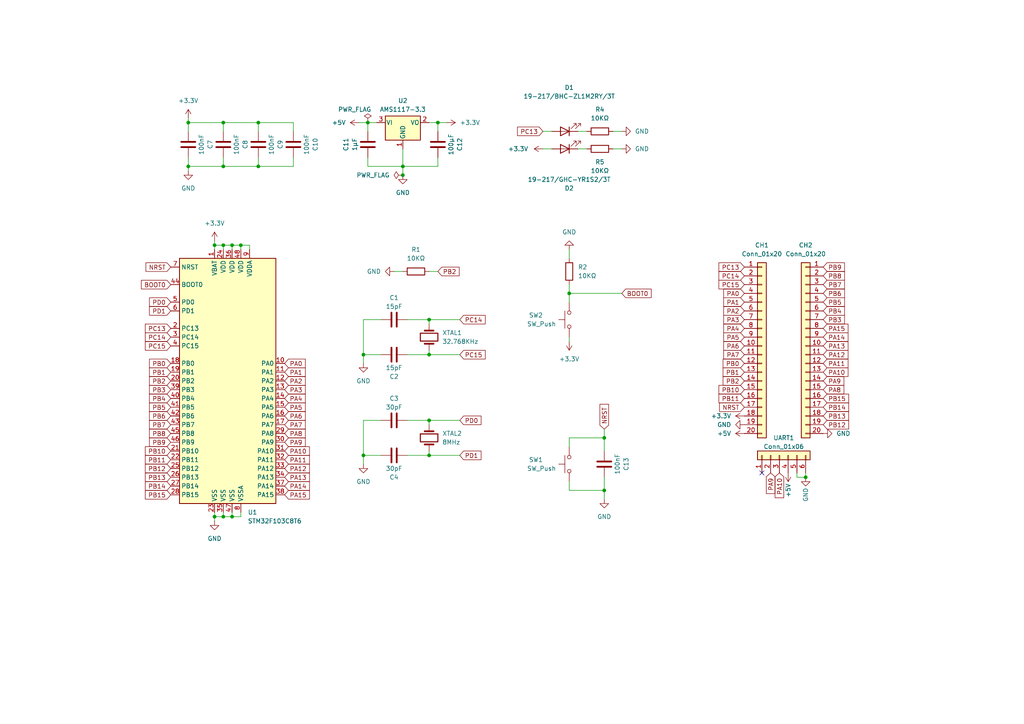
<source format=kicad_sch>
(kicad_sch (version 20230121) (generator eeschema)

  (uuid 978e1817-ddd6-4f04-b9a6-ae7fae5b1d1d)

  (paper "A4")

  (title_block
    (title "STM32F103C8T6")
  )

  (lib_symbols
    (symbol "Connector_Generic:Conn_01x06" (pin_names (offset 1.016) hide) (in_bom yes) (on_board yes)
      (property "Reference" "J" (at 0 7.62 0)
        (effects (font (size 1.27 1.27)))
      )
      (property "Value" "Conn_01x06" (at 0 -10.16 0)
        (effects (font (size 1.27 1.27)))
      )
      (property "Footprint" "" (at 0 0 0)
        (effects (font (size 1.27 1.27)) hide)
      )
      (property "Datasheet" "~" (at 0 0 0)
        (effects (font (size 1.27 1.27)) hide)
      )
      (property "ki_keywords" "connector" (at 0 0 0)
        (effects (font (size 1.27 1.27)) hide)
      )
      (property "ki_description" "Generic connector, single row, 01x06, script generated (kicad-library-utils/schlib/autogen/connector/)" (at 0 0 0)
        (effects (font (size 1.27 1.27)) hide)
      )
      (property "ki_fp_filters" "Connector*:*_1x??_*" (at 0 0 0)
        (effects (font (size 1.27 1.27)) hide)
      )
      (symbol "Conn_01x06_1_1"
        (rectangle (start -1.27 -7.493) (end 0 -7.747)
          (stroke (width 0.1524) (type default))
          (fill (type none))
        )
        (rectangle (start -1.27 -4.953) (end 0 -5.207)
          (stroke (width 0.1524) (type default))
          (fill (type none))
        )
        (rectangle (start -1.27 -2.413) (end 0 -2.667)
          (stroke (width 0.1524) (type default))
          (fill (type none))
        )
        (rectangle (start -1.27 0.127) (end 0 -0.127)
          (stroke (width 0.1524) (type default))
          (fill (type none))
        )
        (rectangle (start -1.27 2.667) (end 0 2.413)
          (stroke (width 0.1524) (type default))
          (fill (type none))
        )
        (rectangle (start -1.27 5.207) (end 0 4.953)
          (stroke (width 0.1524) (type default))
          (fill (type none))
        )
        (rectangle (start -1.27 6.35) (end 1.27 -8.89)
          (stroke (width 0.254) (type default))
          (fill (type background))
        )
        (pin passive line (at -5.08 5.08 0) (length 3.81)
          (name "Pin_1" (effects (font (size 1.27 1.27))))
          (number "1" (effects (font (size 1.27 1.27))))
        )
        (pin passive line (at -5.08 2.54 0) (length 3.81)
          (name "Pin_2" (effects (font (size 1.27 1.27))))
          (number "2" (effects (font (size 1.27 1.27))))
        )
        (pin passive line (at -5.08 0 0) (length 3.81)
          (name "Pin_3" (effects (font (size 1.27 1.27))))
          (number "3" (effects (font (size 1.27 1.27))))
        )
        (pin passive line (at -5.08 -2.54 0) (length 3.81)
          (name "Pin_4" (effects (font (size 1.27 1.27))))
          (number "4" (effects (font (size 1.27 1.27))))
        )
        (pin passive line (at -5.08 -5.08 0) (length 3.81)
          (name "Pin_5" (effects (font (size 1.27 1.27))))
          (number "5" (effects (font (size 1.27 1.27))))
        )
        (pin passive line (at -5.08 -7.62 0) (length 3.81)
          (name "Pin_6" (effects (font (size 1.27 1.27))))
          (number "6" (effects (font (size 1.27 1.27))))
        )
      )
    )
    (symbol "Connector_Generic:Conn_01x20" (pin_names (offset 1.016) hide) (in_bom yes) (on_board yes)
      (property "Reference" "J" (at 0 25.4 0)
        (effects (font (size 1.27 1.27)))
      )
      (property "Value" "Conn_01x20" (at 0 -27.94 0)
        (effects (font (size 1.27 1.27)))
      )
      (property "Footprint" "" (at 0 0 0)
        (effects (font (size 1.27 1.27)) hide)
      )
      (property "Datasheet" "~" (at 0 0 0)
        (effects (font (size 1.27 1.27)) hide)
      )
      (property "ki_keywords" "connector" (at 0 0 0)
        (effects (font (size 1.27 1.27)) hide)
      )
      (property "ki_description" "Generic connector, single row, 01x20, script generated (kicad-library-utils/schlib/autogen/connector/)" (at 0 0 0)
        (effects (font (size 1.27 1.27)) hide)
      )
      (property "ki_fp_filters" "Connector*:*_1x??_*" (at 0 0 0)
        (effects (font (size 1.27 1.27)) hide)
      )
      (symbol "Conn_01x20_1_1"
        (rectangle (start -1.27 -25.273) (end 0 -25.527)
          (stroke (width 0.1524) (type default))
          (fill (type none))
        )
        (rectangle (start -1.27 -22.733) (end 0 -22.987)
          (stroke (width 0.1524) (type default))
          (fill (type none))
        )
        (rectangle (start -1.27 -20.193) (end 0 -20.447)
          (stroke (width 0.1524) (type default))
          (fill (type none))
        )
        (rectangle (start -1.27 -17.653) (end 0 -17.907)
          (stroke (width 0.1524) (type default))
          (fill (type none))
        )
        (rectangle (start -1.27 -15.113) (end 0 -15.367)
          (stroke (width 0.1524) (type default))
          (fill (type none))
        )
        (rectangle (start -1.27 -12.573) (end 0 -12.827)
          (stroke (width 0.1524) (type default))
          (fill (type none))
        )
        (rectangle (start -1.27 -10.033) (end 0 -10.287)
          (stroke (width 0.1524) (type default))
          (fill (type none))
        )
        (rectangle (start -1.27 -7.493) (end 0 -7.747)
          (stroke (width 0.1524) (type default))
          (fill (type none))
        )
        (rectangle (start -1.27 -4.953) (end 0 -5.207)
          (stroke (width 0.1524) (type default))
          (fill (type none))
        )
        (rectangle (start -1.27 -2.413) (end 0 -2.667)
          (stroke (width 0.1524) (type default))
          (fill (type none))
        )
        (rectangle (start -1.27 0.127) (end 0 -0.127)
          (stroke (width 0.1524) (type default))
          (fill (type none))
        )
        (rectangle (start -1.27 2.667) (end 0 2.413)
          (stroke (width 0.1524) (type default))
          (fill (type none))
        )
        (rectangle (start -1.27 5.207) (end 0 4.953)
          (stroke (width 0.1524) (type default))
          (fill (type none))
        )
        (rectangle (start -1.27 7.747) (end 0 7.493)
          (stroke (width 0.1524) (type default))
          (fill (type none))
        )
        (rectangle (start -1.27 10.287) (end 0 10.033)
          (stroke (width 0.1524) (type default))
          (fill (type none))
        )
        (rectangle (start -1.27 12.827) (end 0 12.573)
          (stroke (width 0.1524) (type default))
          (fill (type none))
        )
        (rectangle (start -1.27 15.367) (end 0 15.113)
          (stroke (width 0.1524) (type default))
          (fill (type none))
        )
        (rectangle (start -1.27 17.907) (end 0 17.653)
          (stroke (width 0.1524) (type default))
          (fill (type none))
        )
        (rectangle (start -1.27 20.447) (end 0 20.193)
          (stroke (width 0.1524) (type default))
          (fill (type none))
        )
        (rectangle (start -1.27 22.987) (end 0 22.733)
          (stroke (width 0.1524) (type default))
          (fill (type none))
        )
        (rectangle (start -1.27 24.13) (end 1.27 -26.67)
          (stroke (width 0.254) (type default))
          (fill (type background))
        )
        (pin passive line (at -5.08 22.86 0) (length 3.81)
          (name "Pin_1" (effects (font (size 1.27 1.27))))
          (number "1" (effects (font (size 1.27 1.27))))
        )
        (pin passive line (at -5.08 0 0) (length 3.81)
          (name "Pin_10" (effects (font (size 1.27 1.27))))
          (number "10" (effects (font (size 1.27 1.27))))
        )
        (pin passive line (at -5.08 -2.54 0) (length 3.81)
          (name "Pin_11" (effects (font (size 1.27 1.27))))
          (number "11" (effects (font (size 1.27 1.27))))
        )
        (pin passive line (at -5.08 -5.08 0) (length 3.81)
          (name "Pin_12" (effects (font (size 1.27 1.27))))
          (number "12" (effects (font (size 1.27 1.27))))
        )
        (pin passive line (at -5.08 -7.62 0) (length 3.81)
          (name "Pin_13" (effects (font (size 1.27 1.27))))
          (number "13" (effects (font (size 1.27 1.27))))
        )
        (pin passive line (at -5.08 -10.16 0) (length 3.81)
          (name "Pin_14" (effects (font (size 1.27 1.27))))
          (number "14" (effects (font (size 1.27 1.27))))
        )
        (pin passive line (at -5.08 -12.7 0) (length 3.81)
          (name "Pin_15" (effects (font (size 1.27 1.27))))
          (number "15" (effects (font (size 1.27 1.27))))
        )
        (pin passive line (at -5.08 -15.24 0) (length 3.81)
          (name "Pin_16" (effects (font (size 1.27 1.27))))
          (number "16" (effects (font (size 1.27 1.27))))
        )
        (pin passive line (at -5.08 -17.78 0) (length 3.81)
          (name "Pin_17" (effects (font (size 1.27 1.27))))
          (number "17" (effects (font (size 1.27 1.27))))
        )
        (pin passive line (at -5.08 -20.32 0) (length 3.81)
          (name "Pin_18" (effects (font (size 1.27 1.27))))
          (number "18" (effects (font (size 1.27 1.27))))
        )
        (pin passive line (at -5.08 -22.86 0) (length 3.81)
          (name "Pin_19" (effects (font (size 1.27 1.27))))
          (number "19" (effects (font (size 1.27 1.27))))
        )
        (pin passive line (at -5.08 20.32 0) (length 3.81)
          (name "Pin_2" (effects (font (size 1.27 1.27))))
          (number "2" (effects (font (size 1.27 1.27))))
        )
        (pin passive line (at -5.08 -25.4 0) (length 3.81)
          (name "Pin_20" (effects (font (size 1.27 1.27))))
          (number "20" (effects (font (size 1.27 1.27))))
        )
        (pin passive line (at -5.08 17.78 0) (length 3.81)
          (name "Pin_3" (effects (font (size 1.27 1.27))))
          (number "3" (effects (font (size 1.27 1.27))))
        )
        (pin passive line (at -5.08 15.24 0) (length 3.81)
          (name "Pin_4" (effects (font (size 1.27 1.27))))
          (number "4" (effects (font (size 1.27 1.27))))
        )
        (pin passive line (at -5.08 12.7 0) (length 3.81)
          (name "Pin_5" (effects (font (size 1.27 1.27))))
          (number "5" (effects (font (size 1.27 1.27))))
        )
        (pin passive line (at -5.08 10.16 0) (length 3.81)
          (name "Pin_6" (effects (font (size 1.27 1.27))))
          (number "6" (effects (font (size 1.27 1.27))))
        )
        (pin passive line (at -5.08 7.62 0) (length 3.81)
          (name "Pin_7" (effects (font (size 1.27 1.27))))
          (number "7" (effects (font (size 1.27 1.27))))
        )
        (pin passive line (at -5.08 5.08 0) (length 3.81)
          (name "Pin_8" (effects (font (size 1.27 1.27))))
          (number "8" (effects (font (size 1.27 1.27))))
        )
        (pin passive line (at -5.08 2.54 0) (length 3.81)
          (name "Pin_9" (effects (font (size 1.27 1.27))))
          (number "9" (effects (font (size 1.27 1.27))))
        )
      )
    )
    (symbol "Device:C" (pin_numbers hide) (pin_names (offset 0.254)) (in_bom yes) (on_board yes)
      (property "Reference" "C" (at 0.635 2.54 0)
        (effects (font (size 1.27 1.27)) (justify left))
      )
      (property "Value" "C" (at 0.635 -2.54 0)
        (effects (font (size 1.27 1.27)) (justify left))
      )
      (property "Footprint" "" (at 0.9652 -3.81 0)
        (effects (font (size 1.27 1.27)) hide)
      )
      (property "Datasheet" "~" (at 0 0 0)
        (effects (font (size 1.27 1.27)) hide)
      )
      (property "ki_keywords" "cap capacitor" (at 0 0 0)
        (effects (font (size 1.27 1.27)) hide)
      )
      (property "ki_description" "Unpolarized capacitor" (at 0 0 0)
        (effects (font (size 1.27 1.27)) hide)
      )
      (property "ki_fp_filters" "C_*" (at 0 0 0)
        (effects (font (size 1.27 1.27)) hide)
      )
      (symbol "C_0_1"
        (polyline
          (pts
            (xy -2.032 -0.762)
            (xy 2.032 -0.762)
          )
          (stroke (width 0.508) (type default))
          (fill (type none))
        )
        (polyline
          (pts
            (xy -2.032 0.762)
            (xy 2.032 0.762)
          )
          (stroke (width 0.508) (type default))
          (fill (type none))
        )
      )
      (symbol "C_1_1"
        (pin passive line (at 0 3.81 270) (length 2.794)
          (name "~" (effects (font (size 1.27 1.27))))
          (number "1" (effects (font (size 1.27 1.27))))
        )
        (pin passive line (at 0 -3.81 90) (length 2.794)
          (name "~" (effects (font (size 1.27 1.27))))
          (number "2" (effects (font (size 1.27 1.27))))
        )
      )
    )
    (symbol "Device:Crystal" (pin_numbers hide) (pin_names (offset 1.016) hide) (in_bom yes) (on_board yes)
      (property "Reference" "Y" (at 0 3.81 0)
        (effects (font (size 1.27 1.27)))
      )
      (property "Value" "Crystal" (at 0 -3.81 0)
        (effects (font (size 1.27 1.27)))
      )
      (property "Footprint" "" (at 0 0 0)
        (effects (font (size 1.27 1.27)) hide)
      )
      (property "Datasheet" "~" (at 0 0 0)
        (effects (font (size 1.27 1.27)) hide)
      )
      (property "ki_keywords" "quartz ceramic resonator oscillator" (at 0 0 0)
        (effects (font (size 1.27 1.27)) hide)
      )
      (property "ki_description" "Two pin crystal" (at 0 0 0)
        (effects (font (size 1.27 1.27)) hide)
      )
      (property "ki_fp_filters" "Crystal*" (at 0 0 0)
        (effects (font (size 1.27 1.27)) hide)
      )
      (symbol "Crystal_0_1"
        (rectangle (start -1.143 2.54) (end 1.143 -2.54)
          (stroke (width 0.3048) (type default))
          (fill (type none))
        )
        (polyline
          (pts
            (xy -2.54 0)
            (xy -1.905 0)
          )
          (stroke (width 0) (type default))
          (fill (type none))
        )
        (polyline
          (pts
            (xy -1.905 -1.27)
            (xy -1.905 1.27)
          )
          (stroke (width 0.508) (type default))
          (fill (type none))
        )
        (polyline
          (pts
            (xy 1.905 -1.27)
            (xy 1.905 1.27)
          )
          (stroke (width 0.508) (type default))
          (fill (type none))
        )
        (polyline
          (pts
            (xy 2.54 0)
            (xy 1.905 0)
          )
          (stroke (width 0) (type default))
          (fill (type none))
        )
      )
      (symbol "Crystal_1_1"
        (pin passive line (at -3.81 0 0) (length 1.27)
          (name "1" (effects (font (size 1.27 1.27))))
          (number "1" (effects (font (size 1.27 1.27))))
        )
        (pin passive line (at 3.81 0 180) (length 1.27)
          (name "2" (effects (font (size 1.27 1.27))))
          (number "2" (effects (font (size 1.27 1.27))))
        )
      )
    )
    (symbol "Device:LED" (pin_numbers hide) (pin_names (offset 1.016) hide) (in_bom yes) (on_board yes)
      (property "Reference" "D" (at 0 2.54 0)
        (effects (font (size 1.27 1.27)))
      )
      (property "Value" "LED" (at 0 -2.54 0)
        (effects (font (size 1.27 1.27)))
      )
      (property "Footprint" "" (at 0 0 0)
        (effects (font (size 1.27 1.27)) hide)
      )
      (property "Datasheet" "~" (at 0 0 0)
        (effects (font (size 1.27 1.27)) hide)
      )
      (property "ki_keywords" "LED diode" (at 0 0 0)
        (effects (font (size 1.27 1.27)) hide)
      )
      (property "ki_description" "Light emitting diode" (at 0 0 0)
        (effects (font (size 1.27 1.27)) hide)
      )
      (property "ki_fp_filters" "LED* LED_SMD:* LED_THT:*" (at 0 0 0)
        (effects (font (size 1.27 1.27)) hide)
      )
      (symbol "LED_0_1"
        (polyline
          (pts
            (xy -1.27 -1.27)
            (xy -1.27 1.27)
          )
          (stroke (width 0.254) (type default))
          (fill (type none))
        )
        (polyline
          (pts
            (xy -1.27 0)
            (xy 1.27 0)
          )
          (stroke (width 0) (type default))
          (fill (type none))
        )
        (polyline
          (pts
            (xy 1.27 -1.27)
            (xy 1.27 1.27)
            (xy -1.27 0)
            (xy 1.27 -1.27)
          )
          (stroke (width 0.254) (type default))
          (fill (type none))
        )
        (polyline
          (pts
            (xy -3.048 -0.762)
            (xy -4.572 -2.286)
            (xy -3.81 -2.286)
            (xy -4.572 -2.286)
            (xy -4.572 -1.524)
          )
          (stroke (width 0) (type default))
          (fill (type none))
        )
        (polyline
          (pts
            (xy -1.778 -0.762)
            (xy -3.302 -2.286)
            (xy -2.54 -2.286)
            (xy -3.302 -2.286)
            (xy -3.302 -1.524)
          )
          (stroke (width 0) (type default))
          (fill (type none))
        )
      )
      (symbol "LED_1_1"
        (pin passive line (at -3.81 0 0) (length 2.54)
          (name "K" (effects (font (size 1.27 1.27))))
          (number "1" (effects (font (size 1.27 1.27))))
        )
        (pin passive line (at 3.81 0 180) (length 2.54)
          (name "A" (effects (font (size 1.27 1.27))))
          (number "2" (effects (font (size 1.27 1.27))))
        )
      )
    )
    (symbol "Device:R" (pin_numbers hide) (pin_names (offset 0)) (in_bom yes) (on_board yes)
      (property "Reference" "R" (at 2.032 0 90)
        (effects (font (size 1.27 1.27)))
      )
      (property "Value" "R" (at 0 0 90)
        (effects (font (size 1.27 1.27)))
      )
      (property "Footprint" "" (at -1.778 0 90)
        (effects (font (size 1.27 1.27)) hide)
      )
      (property "Datasheet" "~" (at 0 0 0)
        (effects (font (size 1.27 1.27)) hide)
      )
      (property "ki_keywords" "R res resistor" (at 0 0 0)
        (effects (font (size 1.27 1.27)) hide)
      )
      (property "ki_description" "Resistor" (at 0 0 0)
        (effects (font (size 1.27 1.27)) hide)
      )
      (property "ki_fp_filters" "R_*" (at 0 0 0)
        (effects (font (size 1.27 1.27)) hide)
      )
      (symbol "R_0_1"
        (rectangle (start -1.016 -2.54) (end 1.016 2.54)
          (stroke (width 0.254) (type default))
          (fill (type none))
        )
      )
      (symbol "R_1_1"
        (pin passive line (at 0 3.81 270) (length 1.27)
          (name "~" (effects (font (size 1.27 1.27))))
          (number "1" (effects (font (size 1.27 1.27))))
        )
        (pin passive line (at 0 -3.81 90) (length 1.27)
          (name "~" (effects (font (size 1.27 1.27))))
          (number "2" (effects (font (size 1.27 1.27))))
        )
      )
    )
    (symbol "MCU_ST_STM32F1:STM32F103C8Tx" (in_bom yes) (on_board yes)
      (property "Reference" "U" (at -15.24 36.83 0)
        (effects (font (size 1.27 1.27)) (justify left))
      )
      (property "Value" "STM32F103C8Tx" (at 7.62 36.83 0)
        (effects (font (size 1.27 1.27)) (justify left))
      )
      (property "Footprint" "Package_QFP:LQFP-48_7x7mm_P0.5mm" (at -15.24 -35.56 0)
        (effects (font (size 1.27 1.27)) (justify right) hide)
      )
      (property "Datasheet" "http://www.st.com/st-web-ui/static/active/en/resource/technical/document/datasheet/CD00161566.pdf" (at 0 0 0)
        (effects (font (size 1.27 1.27)) hide)
      )
      (property "ki_keywords" "ARM Cortex-M3 STM32F1 STM32F103" (at 0 0 0)
        (effects (font (size 1.27 1.27)) hide)
      )
      (property "ki_description" "ARM Cortex-M3 MCU, 64KB flash, 20KB RAM, 72MHz, 2-3.6V, 37 GPIO, LQFP-48" (at 0 0 0)
        (effects (font (size 1.27 1.27)) hide)
      )
      (property "ki_fp_filters" "LQFP*7x7mm*P0.5mm*" (at 0 0 0)
        (effects (font (size 1.27 1.27)) hide)
      )
      (symbol "STM32F103C8Tx_0_1"
        (rectangle (start -15.24 -35.56) (end 12.7 35.56)
          (stroke (width 0.254) (type default))
          (fill (type background))
        )
      )
      (symbol "STM32F103C8Tx_1_1"
        (pin power_in line (at -5.08 38.1 270) (length 2.54)
          (name "VBAT" (effects (font (size 1.27 1.27))))
          (number "1" (effects (font (size 1.27 1.27))))
        )
        (pin bidirectional line (at 15.24 5.08 180) (length 2.54)
          (name "PA0" (effects (font (size 1.27 1.27))))
          (number "10" (effects (font (size 1.27 1.27))))
        )
        (pin bidirectional line (at 15.24 2.54 180) (length 2.54)
          (name "PA1" (effects (font (size 1.27 1.27))))
          (number "11" (effects (font (size 1.27 1.27))))
        )
        (pin bidirectional line (at 15.24 0 180) (length 2.54)
          (name "PA2" (effects (font (size 1.27 1.27))))
          (number "12" (effects (font (size 1.27 1.27))))
        )
        (pin bidirectional line (at 15.24 -2.54 180) (length 2.54)
          (name "PA3" (effects (font (size 1.27 1.27))))
          (number "13" (effects (font (size 1.27 1.27))))
        )
        (pin bidirectional line (at 15.24 -5.08 180) (length 2.54)
          (name "PA4" (effects (font (size 1.27 1.27))))
          (number "14" (effects (font (size 1.27 1.27))))
        )
        (pin bidirectional line (at 15.24 -7.62 180) (length 2.54)
          (name "PA5" (effects (font (size 1.27 1.27))))
          (number "15" (effects (font (size 1.27 1.27))))
        )
        (pin bidirectional line (at 15.24 -10.16 180) (length 2.54)
          (name "PA6" (effects (font (size 1.27 1.27))))
          (number "16" (effects (font (size 1.27 1.27))))
        )
        (pin bidirectional line (at 15.24 -12.7 180) (length 2.54)
          (name "PA7" (effects (font (size 1.27 1.27))))
          (number "17" (effects (font (size 1.27 1.27))))
        )
        (pin bidirectional line (at -17.78 5.08 0) (length 2.54)
          (name "PB0" (effects (font (size 1.27 1.27))))
          (number "18" (effects (font (size 1.27 1.27))))
        )
        (pin bidirectional line (at -17.78 2.54 0) (length 2.54)
          (name "PB1" (effects (font (size 1.27 1.27))))
          (number "19" (effects (font (size 1.27 1.27))))
        )
        (pin bidirectional line (at -17.78 15.24 0) (length 2.54)
          (name "PC13" (effects (font (size 1.27 1.27))))
          (number "2" (effects (font (size 1.27 1.27))))
        )
        (pin bidirectional line (at -17.78 0 0) (length 2.54)
          (name "PB2" (effects (font (size 1.27 1.27))))
          (number "20" (effects (font (size 1.27 1.27))))
        )
        (pin bidirectional line (at -17.78 -20.32 0) (length 2.54)
          (name "PB10" (effects (font (size 1.27 1.27))))
          (number "21" (effects (font (size 1.27 1.27))))
        )
        (pin bidirectional line (at -17.78 -22.86 0) (length 2.54)
          (name "PB11" (effects (font (size 1.27 1.27))))
          (number "22" (effects (font (size 1.27 1.27))))
        )
        (pin power_in line (at -5.08 -38.1 90) (length 2.54)
          (name "VSS" (effects (font (size 1.27 1.27))))
          (number "23" (effects (font (size 1.27 1.27))))
        )
        (pin power_in line (at -2.54 38.1 270) (length 2.54)
          (name "VDD" (effects (font (size 1.27 1.27))))
          (number "24" (effects (font (size 1.27 1.27))))
        )
        (pin bidirectional line (at -17.78 -25.4 0) (length 2.54)
          (name "PB12" (effects (font (size 1.27 1.27))))
          (number "25" (effects (font (size 1.27 1.27))))
        )
        (pin bidirectional line (at -17.78 -27.94 0) (length 2.54)
          (name "PB13" (effects (font (size 1.27 1.27))))
          (number "26" (effects (font (size 1.27 1.27))))
        )
        (pin bidirectional line (at -17.78 -30.48 0) (length 2.54)
          (name "PB14" (effects (font (size 1.27 1.27))))
          (number "27" (effects (font (size 1.27 1.27))))
        )
        (pin bidirectional line (at -17.78 -33.02 0) (length 2.54)
          (name "PB15" (effects (font (size 1.27 1.27))))
          (number "28" (effects (font (size 1.27 1.27))))
        )
        (pin bidirectional line (at 15.24 -15.24 180) (length 2.54)
          (name "PA8" (effects (font (size 1.27 1.27))))
          (number "29" (effects (font (size 1.27 1.27))))
        )
        (pin bidirectional line (at -17.78 12.7 0) (length 2.54)
          (name "PC14" (effects (font (size 1.27 1.27))))
          (number "3" (effects (font (size 1.27 1.27))))
        )
        (pin bidirectional line (at 15.24 -17.78 180) (length 2.54)
          (name "PA9" (effects (font (size 1.27 1.27))))
          (number "30" (effects (font (size 1.27 1.27))))
        )
        (pin bidirectional line (at 15.24 -20.32 180) (length 2.54)
          (name "PA10" (effects (font (size 1.27 1.27))))
          (number "31" (effects (font (size 1.27 1.27))))
        )
        (pin bidirectional line (at 15.24 -22.86 180) (length 2.54)
          (name "PA11" (effects (font (size 1.27 1.27))))
          (number "32" (effects (font (size 1.27 1.27))))
        )
        (pin bidirectional line (at 15.24 -25.4 180) (length 2.54)
          (name "PA12" (effects (font (size 1.27 1.27))))
          (number "33" (effects (font (size 1.27 1.27))))
        )
        (pin bidirectional line (at 15.24 -27.94 180) (length 2.54)
          (name "PA13" (effects (font (size 1.27 1.27))))
          (number "34" (effects (font (size 1.27 1.27))))
        )
        (pin power_in line (at -2.54 -38.1 90) (length 2.54)
          (name "VSS" (effects (font (size 1.27 1.27))))
          (number "35" (effects (font (size 1.27 1.27))))
        )
        (pin power_in line (at 0 38.1 270) (length 2.54)
          (name "VDD" (effects (font (size 1.27 1.27))))
          (number "36" (effects (font (size 1.27 1.27))))
        )
        (pin bidirectional line (at 15.24 -30.48 180) (length 2.54)
          (name "PA14" (effects (font (size 1.27 1.27))))
          (number "37" (effects (font (size 1.27 1.27))))
        )
        (pin bidirectional line (at 15.24 -33.02 180) (length 2.54)
          (name "PA15" (effects (font (size 1.27 1.27))))
          (number "38" (effects (font (size 1.27 1.27))))
        )
        (pin bidirectional line (at -17.78 -2.54 0) (length 2.54)
          (name "PB3" (effects (font (size 1.27 1.27))))
          (number "39" (effects (font (size 1.27 1.27))))
        )
        (pin bidirectional line (at -17.78 10.16 0) (length 2.54)
          (name "PC15" (effects (font (size 1.27 1.27))))
          (number "4" (effects (font (size 1.27 1.27))))
        )
        (pin bidirectional line (at -17.78 -5.08 0) (length 2.54)
          (name "PB4" (effects (font (size 1.27 1.27))))
          (number "40" (effects (font (size 1.27 1.27))))
        )
        (pin bidirectional line (at -17.78 -7.62 0) (length 2.54)
          (name "PB5" (effects (font (size 1.27 1.27))))
          (number "41" (effects (font (size 1.27 1.27))))
        )
        (pin bidirectional line (at -17.78 -10.16 0) (length 2.54)
          (name "PB6" (effects (font (size 1.27 1.27))))
          (number "42" (effects (font (size 1.27 1.27))))
        )
        (pin bidirectional line (at -17.78 -12.7 0) (length 2.54)
          (name "PB7" (effects (font (size 1.27 1.27))))
          (number "43" (effects (font (size 1.27 1.27))))
        )
        (pin input line (at -17.78 27.94 0) (length 2.54)
          (name "BOOT0" (effects (font (size 1.27 1.27))))
          (number "44" (effects (font (size 1.27 1.27))))
        )
        (pin bidirectional line (at -17.78 -15.24 0) (length 2.54)
          (name "PB8" (effects (font (size 1.27 1.27))))
          (number "45" (effects (font (size 1.27 1.27))))
        )
        (pin bidirectional line (at -17.78 -17.78 0) (length 2.54)
          (name "PB9" (effects (font (size 1.27 1.27))))
          (number "46" (effects (font (size 1.27 1.27))))
        )
        (pin power_in line (at 0 -38.1 90) (length 2.54)
          (name "VSS" (effects (font (size 1.27 1.27))))
          (number "47" (effects (font (size 1.27 1.27))))
        )
        (pin power_in line (at 2.54 38.1 270) (length 2.54)
          (name "VDD" (effects (font (size 1.27 1.27))))
          (number "48" (effects (font (size 1.27 1.27))))
        )
        (pin input line (at -17.78 22.86 0) (length 2.54)
          (name "PD0" (effects (font (size 1.27 1.27))))
          (number "5" (effects (font (size 1.27 1.27))))
        )
        (pin input line (at -17.78 20.32 0) (length 2.54)
          (name "PD1" (effects (font (size 1.27 1.27))))
          (number "6" (effects (font (size 1.27 1.27))))
        )
        (pin input line (at -17.78 33.02 0) (length 2.54)
          (name "NRST" (effects (font (size 1.27 1.27))))
          (number "7" (effects (font (size 1.27 1.27))))
        )
        (pin power_in line (at 2.54 -38.1 90) (length 2.54)
          (name "VSSA" (effects (font (size 1.27 1.27))))
          (number "8" (effects (font (size 1.27 1.27))))
        )
        (pin power_in line (at 5.08 38.1 270) (length 2.54)
          (name "VDDA" (effects (font (size 1.27 1.27))))
          (number "9" (effects (font (size 1.27 1.27))))
        )
      )
    )
    (symbol "Regulator_Linear:AMS1117-3.3" (pin_names (offset 0.254)) (in_bom yes) (on_board yes)
      (property "Reference" "U" (at -3.81 3.175 0)
        (effects (font (size 1.27 1.27)))
      )
      (property "Value" "AMS1117-3.3" (at 0 3.175 0)
        (effects (font (size 1.27 1.27)) (justify left))
      )
      (property "Footprint" "Package_TO_SOT_SMD:SOT-223-3_TabPin2" (at 0 5.08 0)
        (effects (font (size 1.27 1.27)) hide)
      )
      (property "Datasheet" "http://www.advanced-monolithic.com/pdf/ds1117.pdf" (at 2.54 -6.35 0)
        (effects (font (size 1.27 1.27)) hide)
      )
      (property "ki_keywords" "linear regulator ldo fixed positive" (at 0 0 0)
        (effects (font (size 1.27 1.27)) hide)
      )
      (property "ki_description" "1A Low Dropout regulator, positive, 3.3V fixed output, SOT-223" (at 0 0 0)
        (effects (font (size 1.27 1.27)) hide)
      )
      (property "ki_fp_filters" "SOT?223*TabPin2*" (at 0 0 0)
        (effects (font (size 1.27 1.27)) hide)
      )
      (symbol "AMS1117-3.3_0_1"
        (rectangle (start -5.08 -5.08) (end 5.08 1.905)
          (stroke (width 0.254) (type default))
          (fill (type background))
        )
      )
      (symbol "AMS1117-3.3_1_1"
        (pin power_in line (at 0 -7.62 90) (length 2.54)
          (name "GND" (effects (font (size 1.27 1.27))))
          (number "1" (effects (font (size 1.27 1.27))))
        )
        (pin power_out line (at 7.62 0 180) (length 2.54)
          (name "VO" (effects (font (size 1.27 1.27))))
          (number "2" (effects (font (size 1.27 1.27))))
        )
        (pin power_in line (at -7.62 0 0) (length 2.54)
          (name "VI" (effects (font (size 1.27 1.27))))
          (number "3" (effects (font (size 1.27 1.27))))
        )
      )
    )
    (symbol "Switch:SW_Push" (pin_numbers hide) (pin_names (offset 1.016) hide) (in_bom yes) (on_board yes)
      (property "Reference" "SW" (at 1.27 2.54 0)
        (effects (font (size 1.27 1.27)) (justify left))
      )
      (property "Value" "SW_Push" (at 0 -1.524 0)
        (effects (font (size 1.27 1.27)))
      )
      (property "Footprint" "" (at 0 5.08 0)
        (effects (font (size 1.27 1.27)) hide)
      )
      (property "Datasheet" "~" (at 0 5.08 0)
        (effects (font (size 1.27 1.27)) hide)
      )
      (property "ki_keywords" "switch normally-open pushbutton push-button" (at 0 0 0)
        (effects (font (size 1.27 1.27)) hide)
      )
      (property "ki_description" "Push button switch, generic, two pins" (at 0 0 0)
        (effects (font (size 1.27 1.27)) hide)
      )
      (symbol "SW_Push_0_1"
        (circle (center -2.032 0) (radius 0.508)
          (stroke (width 0) (type default))
          (fill (type none))
        )
        (polyline
          (pts
            (xy 0 1.27)
            (xy 0 3.048)
          )
          (stroke (width 0) (type default))
          (fill (type none))
        )
        (polyline
          (pts
            (xy 2.54 1.27)
            (xy -2.54 1.27)
          )
          (stroke (width 0) (type default))
          (fill (type none))
        )
        (circle (center 2.032 0) (radius 0.508)
          (stroke (width 0) (type default))
          (fill (type none))
        )
        (pin passive line (at -5.08 0 0) (length 2.54)
          (name "1" (effects (font (size 1.27 1.27))))
          (number "1" (effects (font (size 1.27 1.27))))
        )
        (pin passive line (at 5.08 0 180) (length 2.54)
          (name "2" (effects (font (size 1.27 1.27))))
          (number "2" (effects (font (size 1.27 1.27))))
        )
      )
    )
    (symbol "power:+3.3V" (power) (pin_names (offset 0)) (in_bom yes) (on_board yes)
      (property "Reference" "#PWR" (at 0 -3.81 0)
        (effects (font (size 1.27 1.27)) hide)
      )
      (property "Value" "+3.3V" (at 0 3.556 0)
        (effects (font (size 1.27 1.27)))
      )
      (property "Footprint" "" (at 0 0 0)
        (effects (font (size 1.27 1.27)) hide)
      )
      (property "Datasheet" "" (at 0 0 0)
        (effects (font (size 1.27 1.27)) hide)
      )
      (property "ki_keywords" "power-flag" (at 0 0 0)
        (effects (font (size 1.27 1.27)) hide)
      )
      (property "ki_description" "Power symbol creates a global label with name \"+3.3V\"" (at 0 0 0)
        (effects (font (size 1.27 1.27)) hide)
      )
      (symbol "+3.3V_0_1"
        (polyline
          (pts
            (xy -0.762 1.27)
            (xy 0 2.54)
          )
          (stroke (width 0) (type default))
          (fill (type none))
        )
        (polyline
          (pts
            (xy 0 0)
            (xy 0 2.54)
          )
          (stroke (width 0) (type default))
          (fill (type none))
        )
        (polyline
          (pts
            (xy 0 2.54)
            (xy 0.762 1.27)
          )
          (stroke (width 0) (type default))
          (fill (type none))
        )
      )
      (symbol "+3.3V_1_1"
        (pin power_in line (at 0 0 90) (length 0) hide
          (name "+3.3V" (effects (font (size 1.27 1.27))))
          (number "1" (effects (font (size 1.27 1.27))))
        )
      )
    )
    (symbol "power:+5V" (power) (pin_names (offset 0)) (in_bom yes) (on_board yes)
      (property "Reference" "#PWR" (at 0 -3.81 0)
        (effects (font (size 1.27 1.27)) hide)
      )
      (property "Value" "+5V" (at 0 3.556 0)
        (effects (font (size 1.27 1.27)))
      )
      (property "Footprint" "" (at 0 0 0)
        (effects (font (size 1.27 1.27)) hide)
      )
      (property "Datasheet" "" (at 0 0 0)
        (effects (font (size 1.27 1.27)) hide)
      )
      (property "ki_keywords" "power-flag" (at 0 0 0)
        (effects (font (size 1.27 1.27)) hide)
      )
      (property "ki_description" "Power symbol creates a global label with name \"+5V\"" (at 0 0 0)
        (effects (font (size 1.27 1.27)) hide)
      )
      (symbol "+5V_0_1"
        (polyline
          (pts
            (xy -0.762 1.27)
            (xy 0 2.54)
          )
          (stroke (width 0) (type default))
          (fill (type none))
        )
        (polyline
          (pts
            (xy 0 0)
            (xy 0 2.54)
          )
          (stroke (width 0) (type default))
          (fill (type none))
        )
        (polyline
          (pts
            (xy 0 2.54)
            (xy 0.762 1.27)
          )
          (stroke (width 0) (type default))
          (fill (type none))
        )
      )
      (symbol "+5V_1_1"
        (pin power_in line (at 0 0 90) (length 0) hide
          (name "+5V" (effects (font (size 1.27 1.27))))
          (number "1" (effects (font (size 1.27 1.27))))
        )
      )
    )
    (symbol "power:GND" (power) (pin_names (offset 0)) (in_bom yes) (on_board yes)
      (property "Reference" "#PWR" (at 0 -6.35 0)
        (effects (font (size 1.27 1.27)) hide)
      )
      (property "Value" "GND" (at 0 -3.81 0)
        (effects (font (size 1.27 1.27)))
      )
      (property "Footprint" "" (at 0 0 0)
        (effects (font (size 1.27 1.27)) hide)
      )
      (property "Datasheet" "" (at 0 0 0)
        (effects (font (size 1.27 1.27)) hide)
      )
      (property "ki_keywords" "power-flag" (at 0 0 0)
        (effects (font (size 1.27 1.27)) hide)
      )
      (property "ki_description" "Power symbol creates a global label with name \"GND\" , ground" (at 0 0 0)
        (effects (font (size 1.27 1.27)) hide)
      )
      (symbol "GND_0_1"
        (polyline
          (pts
            (xy 0 0)
            (xy 0 -1.27)
            (xy 1.27 -1.27)
            (xy 0 -2.54)
            (xy -1.27 -1.27)
            (xy 0 -1.27)
          )
          (stroke (width 0) (type default))
          (fill (type none))
        )
      )
      (symbol "GND_1_1"
        (pin power_in line (at 0 0 270) (length 0) hide
          (name "GND" (effects (font (size 1.27 1.27))))
          (number "1" (effects (font (size 1.27 1.27))))
        )
      )
    )
    (symbol "power:PWR_FLAG" (power) (pin_numbers hide) (pin_names (offset 0) hide) (in_bom yes) (on_board yes)
      (property "Reference" "#FLG" (at 0 1.905 0)
        (effects (font (size 1.27 1.27)) hide)
      )
      (property "Value" "PWR_FLAG" (at 0 3.81 0)
        (effects (font (size 1.27 1.27)))
      )
      (property "Footprint" "" (at 0 0 0)
        (effects (font (size 1.27 1.27)) hide)
      )
      (property "Datasheet" "~" (at 0 0 0)
        (effects (font (size 1.27 1.27)) hide)
      )
      (property "ki_keywords" "power-flag" (at 0 0 0)
        (effects (font (size 1.27 1.27)) hide)
      )
      (property "ki_description" "Special symbol for telling ERC where power comes from" (at 0 0 0)
        (effects (font (size 1.27 1.27)) hide)
      )
      (symbol "PWR_FLAG_0_0"
        (pin power_out line (at 0 0 90) (length 0)
          (name "pwr" (effects (font (size 1.27 1.27))))
          (number "1" (effects (font (size 1.27 1.27))))
        )
      )
      (symbol "PWR_FLAG_0_1"
        (polyline
          (pts
            (xy 0 0)
            (xy 0 1.27)
            (xy -1.016 1.905)
            (xy 0 2.54)
            (xy 1.016 1.905)
            (xy 0 1.27)
          )
          (stroke (width 0) (type default))
          (fill (type none))
        )
      )
    )
  )

  (junction (at 105.41 132.08) (diameter 0) (color 0 0 0 0)
    (uuid 0d151575-4e24-4ba1-90fd-5ab29f3c0a53)
  )
  (junction (at 105.41 102.87) (diameter 0) (color 0 0 0 0)
    (uuid 17f309dd-a543-44b5-9d2c-0fd551fa0fb0)
  )
  (junction (at 127 35.56) (diameter 0) (color 0 0 0 0)
    (uuid 1e1e54f7-53db-4910-a268-a2cb432cab12)
  )
  (junction (at 62.23 71.12) (diameter 0) (color 0 0 0 0)
    (uuid 2613cd60-862d-400e-b59a-42152174643d)
  )
  (junction (at 124.46 102.87) (diameter 0) (color 0 0 0 0)
    (uuid 301d6486-939a-4f71-9548-a71299215fde)
  )
  (junction (at 64.77 71.12) (diameter 0) (color 0 0 0 0)
    (uuid 3ca8cfdc-4d0f-4954-95ab-f9d33f259349)
  )
  (junction (at 165.1 85.09) (diameter 0) (color 0 0 0 0)
    (uuid 44104f09-d11c-467e-8960-42e6c50c022e)
  )
  (junction (at 69.85 71.12) (diameter 0) (color 0 0 0 0)
    (uuid 5f22987e-0025-425d-8ecd-b69a16e669a4)
  )
  (junction (at 64.77 48.26) (diameter 0) (color 0 0 0 0)
    (uuid 65b4df4c-2632-4fbd-b29f-08730ace7890)
  )
  (junction (at 124.46 132.08) (diameter 0) (color 0 0 0 0)
    (uuid 6ba67108-f587-4ac7-96bb-b218edaa833a)
  )
  (junction (at 116.84 48.26) (diameter 0) (color 0 0 0 0)
    (uuid 6e83c913-37ca-4f63-aac9-47942e3dcb0c)
  )
  (junction (at 64.77 149.86) (diameter 0) (color 0 0 0 0)
    (uuid 6f24516e-f998-4e67-9da3-f06d7b008724)
  )
  (junction (at 54.61 48.26) (diameter 0) (color 0 0 0 0)
    (uuid 80295898-95d6-464a-8135-3e25787a1971)
  )
  (junction (at 74.93 48.26) (diameter 0) (color 0 0 0 0)
    (uuid 85e46bc9-f530-43cf-bd49-441db4a152a7)
  )
  (junction (at 67.31 149.86) (diameter 0) (color 0 0 0 0)
    (uuid 9029768f-ec11-4fe5-aed0-657bf8d4bbbb)
  )
  (junction (at 64.77 35.56) (diameter 0) (color 0 0 0 0)
    (uuid b661b785-229d-4228-97fd-e54edda39c28)
  )
  (junction (at 175.26 142.24) (diameter 0) (color 0 0 0 0)
    (uuid c29701d4-bc2b-4a22-b058-74ad039e0ed1)
  )
  (junction (at 106.68 35.56) (diameter 0) (color 0 0 0 0)
    (uuid c331f528-0189-4dfd-97d8-9e61f5c87f2c)
  )
  (junction (at 74.93 35.56) (diameter 0) (color 0 0 0 0)
    (uuid c417dca3-5d7d-4f77-9080-8db85920e4d7)
  )
  (junction (at 175.26 127) (diameter 0) (color 0 0 0 0)
    (uuid c7ddebda-f66b-437b-9d05-79a8de1f1c3b)
  )
  (junction (at 116.84 50.8) (diameter 0) (color 0 0 0 0)
    (uuid c7e9a49b-647c-4cb0-ac9d-4a0c348e582a)
  )
  (junction (at 233.68 138.43) (diameter 0) (color 0 0 0 0)
    (uuid ccdd9331-723d-452f-bfe6-c16cd35ef64e)
  )
  (junction (at 124.46 121.92) (diameter 0) (color 0 0 0 0)
    (uuid e4e87f0c-8c89-4ed9-a764-4bb6dd933974)
  )
  (junction (at 54.61 35.56) (diameter 0) (color 0 0 0 0)
    (uuid e9202280-285f-45e8-b017-dd7da6f28255)
  )
  (junction (at 67.31 71.12) (diameter 0) (color 0 0 0 0)
    (uuid ede84c40-ea5d-44a5-bad4-8ab5070aeac0)
  )
  (junction (at 124.46 92.71) (diameter 0) (color 0 0 0 0)
    (uuid f65a49f7-b0df-401d-885f-8d41a0df2dc3)
  )
  (junction (at 62.23 149.86) (diameter 0) (color 0 0 0 0)
    (uuid fd32826f-b99f-4d0b-a20e-bb05208fdf1c)
  )

  (no_connect (at 220.98 137.16) (uuid 9dbab91b-666d-48a8-822b-765304330d75))

  (wire (pts (xy 124.46 121.92) (xy 133.35 121.92))
    (stroke (width 0) (type default))
    (uuid 001eb824-dc0c-4811-a669-71f5016ec9a0)
  )
  (wire (pts (xy 165.1 82.55) (xy 165.1 85.09))
    (stroke (width 0) (type default))
    (uuid 00f15e01-70bd-47ee-93d5-661b8a254142)
  )
  (wire (pts (xy 177.8 38.1) (xy 180.34 38.1))
    (stroke (width 0) (type default))
    (uuid 01e59fe0-25a6-4b81-8114-9b4bb6b8d31e)
  )
  (wire (pts (xy 114.3 78.74) (xy 116.84 78.74))
    (stroke (width 0) (type default))
    (uuid 02d391f8-7314-4255-8d86-f696c1d3bf1a)
  )
  (wire (pts (xy 105.41 92.71) (xy 110.49 92.71))
    (stroke (width 0) (type default))
    (uuid 0338abd4-33bb-46b6-928a-53d95daf005c)
  )
  (wire (pts (xy 165.1 97.79) (xy 165.1 99.06))
    (stroke (width 0) (type default))
    (uuid 03a10859-1e31-4a99-80ec-13887f6e282b)
  )
  (wire (pts (xy 165.1 85.09) (xy 165.1 87.63))
    (stroke (width 0) (type default))
    (uuid 04c1e267-aebb-4d33-805a-c001552f8e7c)
  )
  (wire (pts (xy 72.39 71.12) (xy 72.39 72.39))
    (stroke (width 0) (type default))
    (uuid 071babd7-77ea-4fed-b761-6ca2a92937f3)
  )
  (wire (pts (xy 105.41 121.92) (xy 110.49 121.92))
    (stroke (width 0) (type default))
    (uuid 086a5433-2394-4340-9676-81188895a0a8)
  )
  (wire (pts (xy 116.84 48.26) (xy 116.84 50.8))
    (stroke (width 0) (type default))
    (uuid 0f00bc8a-1f95-46c5-8066-2afe80dd4387)
  )
  (wire (pts (xy 110.49 102.87) (xy 105.41 102.87))
    (stroke (width 0) (type default))
    (uuid 114af681-97d1-4fc3-a3a6-097f5eeddcbb)
  )
  (wire (pts (xy 64.77 71.12) (xy 64.77 72.39))
    (stroke (width 0) (type default))
    (uuid 11c7e0da-57ff-423a-ac0e-779856255231)
  )
  (wire (pts (xy 69.85 71.12) (xy 69.85 72.39))
    (stroke (width 0) (type default))
    (uuid 1539b5d5-92f9-49c0-9b2e-ec93abea0e0e)
  )
  (wire (pts (xy 177.8 43.18) (xy 180.34 43.18))
    (stroke (width 0) (type default))
    (uuid 15fa5db8-8492-467d-ad4a-a9f6394763d9)
  )
  (wire (pts (xy 124.46 130.81) (xy 124.46 132.08))
    (stroke (width 0) (type default))
    (uuid 16a1b40c-d11c-4b56-9983-9f20576d90fc)
  )
  (wire (pts (xy 124.46 101.6) (xy 124.46 102.87))
    (stroke (width 0) (type default))
    (uuid 193adcd0-f171-4974-b573-0735b5ee047b)
  )
  (wire (pts (xy 175.26 124.46) (xy 175.26 127))
    (stroke (width 0) (type default))
    (uuid 1c548df2-5d58-4a59-89e9-1eac6fd29676)
  )
  (wire (pts (xy 67.31 149.86) (xy 69.85 149.86))
    (stroke (width 0) (type default))
    (uuid 1c88f021-9880-4023-a819-3ed362030cd6)
  )
  (wire (pts (xy 64.77 45.72) (xy 64.77 48.26))
    (stroke (width 0) (type default))
    (uuid 207ae271-f2dd-40d3-8491-c59e2f4d5e8f)
  )
  (wire (pts (xy 105.41 102.87) (xy 105.41 105.41))
    (stroke (width 0) (type default))
    (uuid 25d75a7a-461c-499b-8bca-cc577e211847)
  )
  (wire (pts (xy 54.61 35.56) (xy 54.61 38.1))
    (stroke (width 0) (type default))
    (uuid 26118628-3c25-4bfc-bbbd-090e371c8233)
  )
  (wire (pts (xy 64.77 71.12) (xy 67.31 71.12))
    (stroke (width 0) (type default))
    (uuid 2a5478bf-00ab-49ef-8d46-0a3285c229c8)
  )
  (wire (pts (xy 124.46 102.87) (xy 133.35 102.87))
    (stroke (width 0) (type default))
    (uuid 34d0a3a6-2ee0-4f7e-b7e7-4d17e5d390ac)
  )
  (wire (pts (xy 233.68 138.43) (xy 233.68 137.16))
    (stroke (width 0) (type default))
    (uuid 39ec26a3-1dfa-408d-a0e7-a64627545f35)
  )
  (wire (pts (xy 127 35.56) (xy 129.54 35.56))
    (stroke (width 0) (type default))
    (uuid 3acad844-3bf2-44b6-b785-4bb1ddc7528d)
  )
  (wire (pts (xy 62.23 69.85) (xy 62.23 71.12))
    (stroke (width 0) (type default))
    (uuid 3d2285ff-3ba6-4cf3-b521-0f8db1b13c10)
  )
  (wire (pts (xy 165.1 127) (xy 175.26 127))
    (stroke (width 0) (type default))
    (uuid 3d7ed7da-c870-4b19-8518-d2570ec5ef9b)
  )
  (wire (pts (xy 69.85 149.86) (xy 69.85 148.59))
    (stroke (width 0) (type default))
    (uuid 3d9bd476-6d5d-4868-b33c-db4ac957bdc0)
  )
  (wire (pts (xy 62.23 71.12) (xy 62.23 72.39))
    (stroke (width 0) (type default))
    (uuid 42fcc310-dc88-4bad-a3fc-e3c85caba415)
  )
  (wire (pts (xy 127 78.74) (xy 124.46 78.74))
    (stroke (width 0) (type default))
    (uuid 4353e7ea-2842-4702-98fe-01f69ccd730f)
  )
  (wire (pts (xy 157.48 38.1) (xy 160.02 38.1))
    (stroke (width 0) (type default))
    (uuid 435bbc08-f010-4fe2-94a6-79cd03711304)
  )
  (wire (pts (xy 54.61 34.29) (xy 54.61 35.56))
    (stroke (width 0) (type default))
    (uuid 44a7b86b-7e1b-441e-98ae-726b10c37d39)
  )
  (wire (pts (xy 74.93 35.56) (xy 85.09 35.56))
    (stroke (width 0) (type default))
    (uuid 4505a22f-4708-4510-9035-de40bce6bb82)
  )
  (wire (pts (xy 124.46 35.56) (xy 127 35.56))
    (stroke (width 0) (type default))
    (uuid 491d00f0-eebe-4049-af02-0fe26111fbfb)
  )
  (wire (pts (xy 124.46 92.71) (xy 133.35 92.71))
    (stroke (width 0) (type default))
    (uuid 496a2754-fbf4-4501-b222-7048f740f7f7)
  )
  (wire (pts (xy 175.26 127) (xy 175.26 130.81))
    (stroke (width 0) (type default))
    (uuid 4c1abf0a-b343-4372-a5d2-0da9999d2935)
  )
  (wire (pts (xy 105.41 121.92) (xy 105.41 132.08))
    (stroke (width 0) (type default))
    (uuid 4cba13e3-6926-46c6-b4d1-5b378e178dc1)
  )
  (wire (pts (xy 165.1 142.24) (xy 175.26 142.24))
    (stroke (width 0) (type default))
    (uuid 526eb229-16bd-4399-9fd7-d8a1239d55c7)
  )
  (wire (pts (xy 64.77 35.56) (xy 74.93 35.56))
    (stroke (width 0) (type default))
    (uuid 5597baf3-6e8a-492e-8b87-fa562af3222f)
  )
  (wire (pts (xy 127 35.56) (xy 127 38.1))
    (stroke (width 0) (type default))
    (uuid 5bbc36b7-2930-4278-96f7-cee53aa3558e)
  )
  (wire (pts (xy 69.85 71.12) (xy 72.39 71.12))
    (stroke (width 0) (type default))
    (uuid 60bba9dc-7288-4eee-a41c-b9214340584a)
  )
  (wire (pts (xy 116.84 43.18) (xy 116.84 48.26))
    (stroke (width 0) (type default))
    (uuid 66724fd2-16b1-4a55-836c-4c5fb6c65572)
  )
  (wire (pts (xy 175.26 138.43) (xy 175.26 142.24))
    (stroke (width 0) (type default))
    (uuid 6ffc8336-ebb8-4d5a-8138-2a3bf6f9ff86)
  )
  (wire (pts (xy 165.1 139.7) (xy 165.1 142.24))
    (stroke (width 0) (type default))
    (uuid 77caa93e-49b2-4f59-bf46-b01b66edec9b)
  )
  (wire (pts (xy 106.68 35.56) (xy 106.68 38.1))
    (stroke (width 0) (type default))
    (uuid 77cbfa7d-f2a1-4958-9b55-d05025269c36)
  )
  (wire (pts (xy 106.68 48.26) (xy 116.84 48.26))
    (stroke (width 0) (type default))
    (uuid 7977d481-543c-47d9-90b6-e4ae2c65cd92)
  )
  (wire (pts (xy 157.48 43.18) (xy 160.02 43.18))
    (stroke (width 0) (type default))
    (uuid 7a9cc88c-f677-4874-b8f3-889726a1f3ac)
  )
  (wire (pts (xy 124.46 132.08) (xy 133.35 132.08))
    (stroke (width 0) (type default))
    (uuid 7ad95d3c-4760-4a07-9ebe-8630b5b27774)
  )
  (wire (pts (xy 64.77 35.56) (xy 64.77 38.1))
    (stroke (width 0) (type default))
    (uuid 7c5d1bf9-b167-495e-9b06-13d002716860)
  )
  (wire (pts (xy 74.93 45.72) (xy 74.93 48.26))
    (stroke (width 0) (type default))
    (uuid 8107d21f-9bd7-4f4b-93db-6d8f8104b0e9)
  )
  (wire (pts (xy 106.68 35.56) (xy 109.22 35.56))
    (stroke (width 0) (type default))
    (uuid 812a457a-3307-4ac6-9fa9-27311a07581b)
  )
  (wire (pts (xy 105.41 92.71) (xy 105.41 102.87))
    (stroke (width 0) (type default))
    (uuid 87e836e5-5f8c-4038-96ed-cb04dbf38ee6)
  )
  (wire (pts (xy 124.46 123.19) (xy 124.46 121.92))
    (stroke (width 0) (type default))
    (uuid 89bd5ad7-4077-45f3-9b18-99573aa3c288)
  )
  (wire (pts (xy 62.23 151.13) (xy 62.23 149.86))
    (stroke (width 0) (type default))
    (uuid 8ad91309-bdf4-4ff5-8694-e41c2bc4bbe6)
  )
  (wire (pts (xy 74.93 35.56) (xy 74.93 38.1))
    (stroke (width 0) (type default))
    (uuid 8ce5a34a-5f69-4290-9846-4cc5d44be8aa)
  )
  (wire (pts (xy 64.77 148.59) (xy 64.77 149.86))
    (stroke (width 0) (type default))
    (uuid 8d6c3ad4-0db8-46e7-a714-0d4d2b5c8651)
  )
  (wire (pts (xy 62.23 71.12) (xy 64.77 71.12))
    (stroke (width 0) (type default))
    (uuid 8e7a0acf-8107-47cf-a217-bf967af9571c)
  )
  (wire (pts (xy 64.77 149.86) (xy 67.31 149.86))
    (stroke (width 0) (type default))
    (uuid 90ef245f-3361-4b9d-83fd-7f1e76c8ff11)
  )
  (wire (pts (xy 167.64 38.1) (xy 170.18 38.1))
    (stroke (width 0) (type default))
    (uuid 9435bd69-3dc7-429d-b0b0-4ef6091b27bd)
  )
  (wire (pts (xy 106.68 45.72) (xy 106.68 48.26))
    (stroke (width 0) (type default))
    (uuid 958b2ac4-0826-4ac7-9862-575eec509922)
  )
  (wire (pts (xy 167.64 43.18) (xy 170.18 43.18))
    (stroke (width 0) (type default))
    (uuid 9bd41cb5-eb24-4d23-9523-a0f3a3a25bcb)
  )
  (wire (pts (xy 231.14 137.16) (xy 231.14 138.43))
    (stroke (width 0) (type default))
    (uuid 9cf0cab1-e481-4e97-9413-9c5ce4c2e23f)
  )
  (wire (pts (xy 67.31 149.86) (xy 67.31 148.59))
    (stroke (width 0) (type default))
    (uuid 9e879848-bb4a-4762-aa5d-be1aa5934847)
  )
  (wire (pts (xy 105.41 132.08) (xy 110.49 132.08))
    (stroke (width 0) (type default))
    (uuid a21c41d5-bd07-443f-a2a2-e372f1fdcd2e)
  )
  (wire (pts (xy 118.11 121.92) (xy 124.46 121.92))
    (stroke (width 0) (type default))
    (uuid a2336534-58b2-4e60-b718-7b729306665a)
  )
  (wire (pts (xy 54.61 35.56) (xy 64.77 35.56))
    (stroke (width 0) (type default))
    (uuid a32ae03c-d3a0-434a-a9f8-15c42739bfe7)
  )
  (wire (pts (xy 118.11 92.71) (xy 124.46 92.71))
    (stroke (width 0) (type default))
    (uuid aeb1ec3c-b4e0-46cc-a823-384af51f59d2)
  )
  (wire (pts (xy 165.1 127) (xy 165.1 129.54))
    (stroke (width 0) (type default))
    (uuid af83668d-1a3b-4ddc-a0d5-0d8dfc99a0c4)
  )
  (wire (pts (xy 231.14 138.43) (xy 233.68 138.43))
    (stroke (width 0) (type default))
    (uuid b3b57a53-df37-4dff-9e6a-ca812f87f427)
  )
  (wire (pts (xy 54.61 45.72) (xy 54.61 48.26))
    (stroke (width 0) (type default))
    (uuid b43a2b61-4fca-439a-9f49-f65dcda05b47)
  )
  (wire (pts (xy 85.09 35.56) (xy 85.09 38.1))
    (stroke (width 0) (type default))
    (uuid b883c35f-731e-44fb-ad5b-2bf9cc2ee7d4)
  )
  (wire (pts (xy 62.23 149.86) (xy 64.77 149.86))
    (stroke (width 0) (type default))
    (uuid ba8441f7-b3ab-4c28-bb17-cae00b7f2a64)
  )
  (wire (pts (xy 54.61 48.26) (xy 64.77 48.26))
    (stroke (width 0) (type default))
    (uuid bcdb1c64-6c7c-4b70-85f5-77bd55c764a6)
  )
  (wire (pts (xy 124.46 93.98) (xy 124.46 92.71))
    (stroke (width 0) (type default))
    (uuid c0ba699b-d24f-4119-94f4-428fff0f5ce4)
  )
  (wire (pts (xy 64.77 48.26) (xy 74.93 48.26))
    (stroke (width 0) (type default))
    (uuid c2680be4-67da-41cd-a58c-47cc56e13836)
  )
  (wire (pts (xy 67.31 71.12) (xy 67.31 72.39))
    (stroke (width 0) (type default))
    (uuid c2fe0183-011b-4a78-9978-9743321532a4)
  )
  (wire (pts (xy 85.09 45.72) (xy 85.09 48.26))
    (stroke (width 0) (type default))
    (uuid c778daf9-ae61-44ff-a042-acce8789a732)
  )
  (wire (pts (xy 67.31 71.12) (xy 69.85 71.12))
    (stroke (width 0) (type default))
    (uuid ca07f69a-2f27-4137-8cdc-835998652e69)
  )
  (wire (pts (xy 175.26 142.24) (xy 175.26 144.78))
    (stroke (width 0) (type default))
    (uuid d14f443b-7592-41e6-be26-2672e9b61297)
  )
  (wire (pts (xy 62.23 148.59) (xy 62.23 149.86))
    (stroke (width 0) (type default))
    (uuid d2a959ba-f33d-483e-93f2-f7e7011c418a)
  )
  (wire (pts (xy 127 45.72) (xy 127 48.26))
    (stroke (width 0) (type default))
    (uuid d344616e-67e0-4f30-80af-15879b0f1aa7)
  )
  (wire (pts (xy 127 48.26) (xy 116.84 48.26))
    (stroke (width 0) (type default))
    (uuid d6cdc041-2647-41b5-b474-a7f117a645ee)
  )
  (wire (pts (xy 104.14 35.56) (xy 106.68 35.56))
    (stroke (width 0) (type default))
    (uuid e15b3f75-6b79-42a3-a454-baa63d758adf)
  )
  (wire (pts (xy 118.11 102.87) (xy 124.46 102.87))
    (stroke (width 0) (type default))
    (uuid e2ea9257-db39-473f-830a-d1a66162fd9d)
  )
  (wire (pts (xy 118.11 132.08) (xy 124.46 132.08))
    (stroke (width 0) (type default))
    (uuid ebc6f4c5-9446-4d94-af46-492dd0a6190f)
  )
  (wire (pts (xy 74.93 48.26) (xy 85.09 48.26))
    (stroke (width 0) (type default))
    (uuid f366893a-72b8-4bb3-90b3-45bb608a3ff0)
  )
  (wire (pts (xy 54.61 48.26) (xy 54.61 49.53))
    (stroke (width 0) (type default))
    (uuid f492b8d0-1c04-4f93-8e9b-66e6554795ca)
  )
  (wire (pts (xy 165.1 72.39) (xy 165.1 74.93))
    (stroke (width 0) (type default))
    (uuid f8449acc-dba2-4e0f-9e36-74891137e88e)
  )
  (wire (pts (xy 105.41 132.08) (xy 105.41 134.62))
    (stroke (width 0) (type default))
    (uuid fb847bf4-2a2a-4b59-a6dd-a0e4015cc132)
  )
  (wire (pts (xy 165.1 85.09) (xy 180.34 85.09))
    (stroke (width 0) (type default))
    (uuid fe3787e4-42e7-4f26-926c-8e607e2e8e48)
  )

  (global_label "PA9" (shape input) (at 238.76 110.49 0) (fields_autoplaced)
    (effects (font (size 1.27 1.27)) (justify left))
    (uuid 0060dce7-f072-4620-b794-3ba0dd609fd8)
    (property "Intersheetrefs" "${INTERSHEET_REFS}" (at 244.7412 110.5694 0)
      (effects (font (size 1.27 1.27)) (justify left) hide)
    )
  )
  (global_label "PC13" (shape input) (at 157.48 38.1 180) (fields_autoplaced)
    (effects (font (size 1.27 1.27)) (justify right))
    (uuid 05e56f0d-f8cc-476d-a2e4-e45394211f9f)
    (property "Intersheetrefs" "${INTERSHEET_REFS}" (at 150.1079 38.1794 0)
      (effects (font (size 1.27 1.27)) (justify right) hide)
    )
  )
  (global_label "PD1" (shape input) (at 133.35 132.08 0) (fields_autoplaced)
    (effects (font (size 1.27 1.27)) (justify left))
    (uuid 07f619de-87a4-4027-a34c-ee3908189f64)
    (property "Intersheetrefs" "${INTERSHEET_REFS}" (at 139.5126 132.0006 0)
      (effects (font (size 1.27 1.27)) (justify left) hide)
    )
  )
  (global_label "PA15" (shape input) (at 238.76 95.25 0) (fields_autoplaced)
    (effects (font (size 1.27 1.27)) (justify left))
    (uuid 08435adb-f98e-419d-9ab8-d68257be9bcf)
    (property "Intersheetrefs" "${INTERSHEET_REFS}" (at 245.9507 95.3294 0)
      (effects (font (size 1.27 1.27)) (justify left) hide)
    )
  )
  (global_label "PB15" (shape input) (at 238.76 115.57 0) (fields_autoplaced)
    (effects (font (size 1.27 1.27)) (justify left))
    (uuid 08f3eb97-34b9-48cd-8c78-6021379c7a29)
    (property "Intersheetrefs" "${INTERSHEET_REFS}" (at 246.1321 115.4906 0)
      (effects (font (size 1.27 1.27)) (justify left) hide)
    )
  )
  (global_label "PC15" (shape input) (at 133.35 102.87 0) (fields_autoplaced)
    (effects (font (size 1.27 1.27)) (justify left))
    (uuid 09430bb3-51bf-457b-9aca-31977adb1558)
    (property "Intersheetrefs" "${INTERSHEET_REFS}" (at 140.7221 102.7906 0)
      (effects (font (size 1.27 1.27)) (justify left) hide)
    )
  )
  (global_label "PA4" (shape input) (at 215.9 95.25 180) (fields_autoplaced)
    (effects (font (size 1.27 1.27)) (justify right))
    (uuid 09f82bd7-75ee-4987-ad71-e373c06c0c76)
    (property "Intersheetrefs" "${INTERSHEET_REFS}" (at 209.9188 95.1706 0)
      (effects (font (size 1.27 1.27)) (justify right) hide)
    )
  )
  (global_label "PA2" (shape input) (at 215.9 90.17 180) (fields_autoplaced)
    (effects (font (size 1.27 1.27)) (justify right))
    (uuid 0bd3ab92-98ac-477e-b8b2-594dbdbdb3fa)
    (property "Intersheetrefs" "${INTERSHEET_REFS}" (at 209.9188 90.0906 0)
      (effects (font (size 1.27 1.27)) (justify right) hide)
    )
  )
  (global_label "PB11" (shape input) (at 49.53 133.35 180) (fields_autoplaced)
    (effects (font (size 1.27 1.27)) (justify right))
    (uuid 1157d42a-a46a-4641-a65b-fbdd6bdf33e6)
    (property "Intersheetrefs" "${INTERSHEET_REFS}" (at 42.1579 133.2706 0)
      (effects (font (size 1.27 1.27)) (justify right) hide)
    )
  )
  (global_label "PA11" (shape input) (at 238.76 105.41 0) (fields_autoplaced)
    (effects (font (size 1.27 1.27)) (justify left))
    (uuid 13301d73-b917-40a3-aa2f-3f366d08ed41)
    (property "Intersheetrefs" "${INTERSHEET_REFS}" (at 245.9507 105.4894 0)
      (effects (font (size 1.27 1.27)) (justify left) hide)
    )
  )
  (global_label "BOOT0" (shape input) (at 49.53 82.55 180) (fields_autoplaced)
    (effects (font (size 1.27 1.27)) (justify right))
    (uuid 14fb6533-9698-4093-88d3-5072f34c25a7)
    (property "Intersheetrefs" "${INTERSHEET_REFS}" (at 41.0088 82.4706 0)
      (effects (font (size 1.27 1.27)) (justify right) hide)
    )
  )
  (global_label "PB1" (shape input) (at 49.53 107.95 180) (fields_autoplaced)
    (effects (font (size 1.27 1.27)) (justify right))
    (uuid 1afd8f48-7727-47ac-ba54-48fc0830591d)
    (property "Intersheetrefs" "${INTERSHEET_REFS}" (at 43.3674 107.8706 0)
      (effects (font (size 1.27 1.27)) (justify right) hide)
    )
  )
  (global_label "BOOT0" (shape input) (at 180.34 85.09 0) (fields_autoplaced)
    (effects (font (size 1.27 1.27)) (justify left))
    (uuid 1cb3cdb9-0697-4454-9610-101262c01449)
    (property "Intersheetrefs" "${INTERSHEET_REFS}" (at 188.8612 85.0106 0)
      (effects (font (size 1.27 1.27)) (justify left) hide)
    )
  )
  (global_label "PA13" (shape input) (at 238.76 100.33 0) (fields_autoplaced)
    (effects (font (size 1.27 1.27)) (justify left))
    (uuid 206746e6-06c1-460d-84d9-455ccb3afa45)
    (property "Intersheetrefs" "${INTERSHEET_REFS}" (at 245.9507 100.4094 0)
      (effects (font (size 1.27 1.27)) (justify left) hide)
    )
  )
  (global_label "PA12" (shape input) (at 82.55 135.89 0) (fields_autoplaced)
    (effects (font (size 1.27 1.27)) (justify left))
    (uuid 2232bb0c-c271-4947-987a-0ab9882df977)
    (property "Intersheetrefs" "${INTERSHEET_REFS}" (at 89.7407 135.8106 0)
      (effects (font (size 1.27 1.27)) (justify left) hide)
    )
  )
  (global_label "PC13" (shape input) (at 49.53 95.25 180) (fields_autoplaced)
    (effects (font (size 1.27 1.27)) (justify right))
    (uuid 22c176c2-1591-4496-beb9-b66285756c23)
    (property "Intersheetrefs" "${INTERSHEET_REFS}" (at 42.1579 95.1706 0)
      (effects (font (size 1.27 1.27)) (justify right) hide)
    )
  )
  (global_label "PA8" (shape input) (at 82.55 125.73 0) (fields_autoplaced)
    (effects (font (size 1.27 1.27)) (justify left))
    (uuid 240f54bd-a31d-4a70-aa23-ff72cfca521e)
    (property "Intersheetrefs" "${INTERSHEET_REFS}" (at 88.5312 125.6506 0)
      (effects (font (size 1.27 1.27)) (justify left) hide)
    )
  )
  (global_label "PC14" (shape input) (at 133.35 92.71 0) (fields_autoplaced)
    (effects (font (size 1.27 1.27)) (justify left))
    (uuid 2865548f-a3b3-4505-aec3-3f897579773e)
    (property "Intersheetrefs" "${INTERSHEET_REFS}" (at 140.7221 92.6306 0)
      (effects (font (size 1.27 1.27)) (justify left) hide)
    )
  )
  (global_label "PB3" (shape input) (at 49.53 113.03 180) (fields_autoplaced)
    (effects (font (size 1.27 1.27)) (justify right))
    (uuid 2bc7d2c0-0dfd-4f40-91c8-20fa0eef2d7f)
    (property "Intersheetrefs" "${INTERSHEET_REFS}" (at 43.3674 112.9506 0)
      (effects (font (size 1.27 1.27)) (justify right) hide)
    )
  )
  (global_label "PB11" (shape input) (at 215.9 115.57 180) (fields_autoplaced)
    (effects (font (size 1.27 1.27)) (justify right))
    (uuid 32b9763e-b40b-421f-abcc-a0ab292e8ec9)
    (property "Intersheetrefs" "${INTERSHEET_REFS}" (at 208.5279 115.6494 0)
      (effects (font (size 1.27 1.27)) (justify right) hide)
    )
  )
  (global_label "PB8" (shape input) (at 238.76 80.01 0) (fields_autoplaced)
    (effects (font (size 1.27 1.27)) (justify left))
    (uuid 34a5b2f7-7b0f-4889-9ab8-23f1948ced80)
    (property "Intersheetrefs" "${INTERSHEET_REFS}" (at 244.9226 79.9306 0)
      (effects (font (size 1.27 1.27)) (justify left) hide)
    )
  )
  (global_label "PA9" (shape input) (at 82.55 128.27 0) (fields_autoplaced)
    (effects (font (size 1.27 1.27)) (justify left))
    (uuid 38ee1c6c-98b0-4b2a-82a3-521320d4822e)
    (property "Intersheetrefs" "${INTERSHEET_REFS}" (at 88.5312 128.1906 0)
      (effects (font (size 1.27 1.27)) (justify left) hide)
    )
  )
  (global_label "PA10" (shape input) (at 82.55 130.81 0) (fields_autoplaced)
    (effects (font (size 1.27 1.27)) (justify left))
    (uuid 3c64cbf0-209c-4c85-bb3b-6b815a85c3ac)
    (property "Intersheetrefs" "${INTERSHEET_REFS}" (at 89.7407 130.7306 0)
      (effects (font (size 1.27 1.27)) (justify left) hide)
    )
  )
  (global_label "PB2" (shape input) (at 127 78.74 0) (fields_autoplaced)
    (effects (font (size 1.27 1.27)) (justify left))
    (uuid 3c8abf6e-60f2-4eae-afc6-72b2632dcfa8)
    (property "Intersheetrefs" "${INTERSHEET_REFS}" (at 133.1626 78.6606 0)
      (effects (font (size 1.27 1.27)) (justify left) hide)
    )
  )
  (global_label "PA13" (shape input) (at 82.55 138.43 0) (fields_autoplaced)
    (effects (font (size 1.27 1.27)) (justify left))
    (uuid 3e240fbc-7829-4550-9fec-7537310166c7)
    (property "Intersheetrefs" "${INTERSHEET_REFS}" (at 89.7407 138.3506 0)
      (effects (font (size 1.27 1.27)) (justify left) hide)
    )
  )
  (global_label "PC15" (shape input) (at 215.9 82.55 180) (fields_autoplaced)
    (effects (font (size 1.27 1.27)) (justify right))
    (uuid 3e9e3ecc-db0d-46f5-815c-36a651d3baa6)
    (property "Intersheetrefs" "${INTERSHEET_REFS}" (at 208.5279 82.4706 0)
      (effects (font (size 1.27 1.27)) (justify right) hide)
    )
  )
  (global_label "PB10" (shape input) (at 49.53 130.81 180) (fields_autoplaced)
    (effects (font (size 1.27 1.27)) (justify right))
    (uuid 44dc7afa-c6f3-479c-88e3-3ff88279f01c)
    (property "Intersheetrefs" "${INTERSHEET_REFS}" (at 42.1579 130.7306 0)
      (effects (font (size 1.27 1.27)) (justify right) hide)
    )
  )
  (global_label "PB14" (shape input) (at 49.53 140.97 180) (fields_autoplaced)
    (effects (font (size 1.27 1.27)) (justify right))
    (uuid 45247da5-be0f-49f5-9858-51141b0ee04c)
    (property "Intersheetrefs" "${INTERSHEET_REFS}" (at 42.1579 140.8906 0)
      (effects (font (size 1.27 1.27)) (justify right) hide)
    )
  )
  (global_label "PA10" (shape input) (at 238.76 107.95 0) (fields_autoplaced)
    (effects (font (size 1.27 1.27)) (justify left))
    (uuid 46652119-aa9e-44fb-88e6-87ee95e65186)
    (property "Intersheetrefs" "${INTERSHEET_REFS}" (at 245.9507 108.0294 0)
      (effects (font (size 1.27 1.27)) (justify left) hide)
    )
  )
  (global_label "PA14" (shape input) (at 238.76 97.79 0) (fields_autoplaced)
    (effects (font (size 1.27 1.27)) (justify left))
    (uuid 466a5017-f089-42b3-8da4-632f8a87e029)
    (property "Intersheetrefs" "${INTERSHEET_REFS}" (at 245.9507 97.8694 0)
      (effects (font (size 1.27 1.27)) (justify left) hide)
    )
  )
  (global_label "PA1" (shape input) (at 82.55 107.95 0) (fields_autoplaced)
    (effects (font (size 1.27 1.27)) (justify left))
    (uuid 4978134d-0df8-4337-bc64-a64ee6dab0df)
    (property "Intersheetrefs" "${INTERSHEET_REFS}" (at 88.5312 107.8706 0)
      (effects (font (size 1.27 1.27)) (justify left) hide)
    )
  )
  (global_label "PB2" (shape input) (at 49.53 110.49 180) (fields_autoplaced)
    (effects (font (size 1.27 1.27)) (justify right))
    (uuid 4a92657e-c927-4c18-8933-8140f2b6ce01)
    (property "Intersheetrefs" "${INTERSHEET_REFS}" (at 43.3674 110.4106 0)
      (effects (font (size 1.27 1.27)) (justify right) hide)
    )
  )
  (global_label "PA8" (shape input) (at 238.76 113.03 0) (fields_autoplaced)
    (effects (font (size 1.27 1.27)) (justify left))
    (uuid 4c232fcf-4e59-4b8c-a04a-c2d50458c1fd)
    (property "Intersheetrefs" "${INTERSHEET_REFS}" (at 244.7412 113.1094 0)
      (effects (font (size 1.27 1.27)) (justify left) hide)
    )
  )
  (global_label "PA6" (shape input) (at 82.55 120.65 0) (fields_autoplaced)
    (effects (font (size 1.27 1.27)) (justify left))
    (uuid 505888c6-b1f6-448d-9d01-d0708adca77d)
    (property "Intersheetrefs" "${INTERSHEET_REFS}" (at 88.5312 120.5706 0)
      (effects (font (size 1.27 1.27)) (justify left) hide)
    )
  )
  (global_label "PA9" (shape input) (at 223.52 137.16 270) (fields_autoplaced)
    (effects (font (size 1.27 1.27)) (justify right))
    (uuid 55835a06-4b91-48a3-829c-1d05934061a3)
    (property "Intersheetrefs" "${INTERSHEET_REFS}" (at 223.4406 143.1412 90)
      (effects (font (size 1.27 1.27)) (justify right) hide)
    )
  )
  (global_label "PA3" (shape input) (at 215.9 92.71 180) (fields_autoplaced)
    (effects (font (size 1.27 1.27)) (justify right))
    (uuid 5af7acb1-4312-4b9f-b546-7c8548981d86)
    (property "Intersheetrefs" "${INTERSHEET_REFS}" (at 209.9188 92.6306 0)
      (effects (font (size 1.27 1.27)) (justify right) hide)
    )
  )
  (global_label "PA6" (shape input) (at 215.9 100.33 180) (fields_autoplaced)
    (effects (font (size 1.27 1.27)) (justify right))
    (uuid 5b33abf9-d32b-417d-923b-5fa96da7db3f)
    (property "Intersheetrefs" "${INTERSHEET_REFS}" (at 209.9188 100.2506 0)
      (effects (font (size 1.27 1.27)) (justify right) hide)
    )
  )
  (global_label "PB9" (shape input) (at 238.76 77.47 0) (fields_autoplaced)
    (effects (font (size 1.27 1.27)) (justify left))
    (uuid 62e2fb1f-ad90-4135-8949-3499bba8ce96)
    (property "Intersheetrefs" "${INTERSHEET_REFS}" (at 244.9226 77.3906 0)
      (effects (font (size 1.27 1.27)) (justify left) hide)
    )
  )
  (global_label "PC15" (shape input) (at 49.53 100.33 180) (fields_autoplaced)
    (effects (font (size 1.27 1.27)) (justify right))
    (uuid 62fc7d07-8efc-4546-8898-c65a665b23c5)
    (property "Intersheetrefs" "${INTERSHEET_REFS}" (at 42.1579 100.2506 0)
      (effects (font (size 1.27 1.27)) (justify right) hide)
    )
  )
  (global_label "PB0" (shape input) (at 215.9 105.41 180) (fields_autoplaced)
    (effects (font (size 1.27 1.27)) (justify right))
    (uuid 63f8e9c4-86a5-4726-a536-da2aaec37542)
    (property "Intersheetrefs" "${INTERSHEET_REFS}" (at 209.7374 105.4894 0)
      (effects (font (size 1.27 1.27)) (justify right) hide)
    )
  )
  (global_label "PA7" (shape input) (at 82.55 123.19 0) (fields_autoplaced)
    (effects (font (size 1.27 1.27)) (justify left))
    (uuid 645b0e8b-a39c-40fd-9c54-1034b8731811)
    (property "Intersheetrefs" "${INTERSHEET_REFS}" (at 88.5312 123.1106 0)
      (effects (font (size 1.27 1.27)) (justify left) hide)
    )
  )
  (global_label "PB13" (shape input) (at 238.76 120.65 0) (fields_autoplaced)
    (effects (font (size 1.27 1.27)) (justify left))
    (uuid 687d7b51-698f-4ec0-9ecb-e0914e7e697b)
    (property "Intersheetrefs" "${INTERSHEET_REFS}" (at 246.1321 120.5706 0)
      (effects (font (size 1.27 1.27)) (justify left) hide)
    )
  )
  (global_label "PD1" (shape input) (at 49.53 90.17 180) (fields_autoplaced)
    (effects (font (size 1.27 1.27)) (justify right))
    (uuid 68d92e7f-fb81-4ab9-9ede-231ec17155fd)
    (property "Intersheetrefs" "${INTERSHEET_REFS}" (at 43.3674 90.0906 0)
      (effects (font (size 1.27 1.27)) (justify right) hide)
    )
  )
  (global_label "PC14" (shape input) (at 49.53 97.79 180) (fields_autoplaced)
    (effects (font (size 1.27 1.27)) (justify right))
    (uuid 6a0e71a0-748d-47da-81ce-e368f9083a31)
    (property "Intersheetrefs" "${INTERSHEET_REFS}" (at 42.1579 97.7106 0)
      (effects (font (size 1.27 1.27)) (justify right) hide)
    )
  )
  (global_label "PB12" (shape input) (at 238.76 123.19 0) (fields_autoplaced)
    (effects (font (size 1.27 1.27)) (justify left))
    (uuid 6e77563f-6b9d-4a0b-961d-aa3bd7f17ad5)
    (property "Intersheetrefs" "${INTERSHEET_REFS}" (at 246.1321 123.1106 0)
      (effects (font (size 1.27 1.27)) (justify left) hide)
    )
  )
  (global_label "PB10" (shape input) (at 215.9 113.03 180) (fields_autoplaced)
    (effects (font (size 1.27 1.27)) (justify right))
    (uuid 72231437-d77d-4cb6-91e6-6b9c2ed94752)
    (property "Intersheetrefs" "${INTERSHEET_REFS}" (at 208.5279 113.1094 0)
      (effects (font (size 1.27 1.27)) (justify right) hide)
    )
  )
  (global_label "PC13" (shape input) (at 215.9 77.47 180) (fields_autoplaced)
    (effects (font (size 1.27 1.27)) (justify right))
    (uuid 72b9a818-6c86-48d4-88be-370177156d20)
    (property "Intersheetrefs" "${INTERSHEET_REFS}" (at 208.5279 77.5494 0)
      (effects (font (size 1.27 1.27)) (justify right) hide)
    )
  )
  (global_label "PA11" (shape input) (at 82.55 133.35 0) (fields_autoplaced)
    (effects (font (size 1.27 1.27)) (justify left))
    (uuid 75950cfc-f8c6-4bc5-8b19-468301d39c56)
    (property "Intersheetrefs" "${INTERSHEET_REFS}" (at 89.7407 133.2706 0)
      (effects (font (size 1.27 1.27)) (justify left) hide)
    )
  )
  (global_label "NRST" (shape input) (at 175.26 124.46 90) (fields_autoplaced)
    (effects (font (size 1.27 1.27)) (justify left))
    (uuid 79b3aeb0-db58-41ea-831d-bc809b2f4614)
    (property "Intersheetrefs" "${INTERSHEET_REFS}" (at 175.26 116.7766 90)
      (effects (font (size 1.27 1.27)) (justify left) hide)
    )
  )
  (global_label "PC14" (shape input) (at 215.9 80.01 180) (fields_autoplaced)
    (effects (font (size 1.27 1.27)) (justify right))
    (uuid 79d58009-24eb-4abe-8c18-956ca2ac1ffa)
    (property "Intersheetrefs" "${INTERSHEET_REFS}" (at 208.5279 79.9306 0)
      (effects (font (size 1.27 1.27)) (justify right) hide)
    )
  )
  (global_label "PB6" (shape input) (at 49.53 120.65 180) (fields_autoplaced)
    (effects (font (size 1.27 1.27)) (justify right))
    (uuid 7e528fad-b1bf-45b1-85dc-4d519cd78eec)
    (property "Intersheetrefs" "${INTERSHEET_REFS}" (at 43.3674 120.5706 0)
      (effects (font (size 1.27 1.27)) (justify right) hide)
    )
  )
  (global_label "PD0" (shape input) (at 49.53 87.63 180) (fields_autoplaced)
    (effects (font (size 1.27 1.27)) (justify right))
    (uuid 7e5ecb7d-929c-4d90-b4d4-1ce22bdae157)
    (property "Intersheetrefs" "${INTERSHEET_REFS}" (at 43.3674 87.5506 0)
      (effects (font (size 1.27 1.27)) (justify right) hide)
    )
  )
  (global_label "PA4" (shape input) (at 82.55 115.57 0) (fields_autoplaced)
    (effects (font (size 1.27 1.27)) (justify left))
    (uuid 8dee8b13-af7d-47eb-8b0d-92dc0f467a4e)
    (property "Intersheetrefs" "${INTERSHEET_REFS}" (at 88.5312 115.4906 0)
      (effects (font (size 1.27 1.27)) (justify left) hide)
    )
  )
  (global_label "PB6" (shape input) (at 238.76 85.09 0) (fields_autoplaced)
    (effects (font (size 1.27 1.27)) (justify left))
    (uuid 9288cfbc-0b96-489c-8199-1af5366e2758)
    (property "Intersheetrefs" "${INTERSHEET_REFS}" (at 244.9226 85.0106 0)
      (effects (font (size 1.27 1.27)) (justify left) hide)
    )
  )
  (global_label "PB9" (shape input) (at 49.53 128.27 180) (fields_autoplaced)
    (effects (font (size 1.27 1.27)) (justify right))
    (uuid 9911c35d-2e76-4591-bf34-1d83c5d13d9f)
    (property "Intersheetrefs" "${INTERSHEET_REFS}" (at 43.3674 128.1906 0)
      (effects (font (size 1.27 1.27)) (justify right) hide)
    )
  )
  (global_label "PB4" (shape input) (at 238.76 90.17 0) (fields_autoplaced)
    (effects (font (size 1.27 1.27)) (justify left))
    (uuid 999a0c68-abbd-4bfe-a7ef-34b3bce7cb14)
    (property "Intersheetrefs" "${INTERSHEET_REFS}" (at 244.9226 90.0906 0)
      (effects (font (size 1.27 1.27)) (justify left) hide)
    )
  )
  (global_label "PA0" (shape input) (at 215.9 85.09 180) (fields_autoplaced)
    (effects (font (size 1.27 1.27)) (justify right))
    (uuid 9aa2775e-0c2f-4927-881f-022815473e5a)
    (property "Intersheetrefs" "${INTERSHEET_REFS}" (at 209.9188 85.0106 0)
      (effects (font (size 1.27 1.27)) (justify right) hide)
    )
  )
  (global_label "PA12" (shape input) (at 238.76 102.87 0) (fields_autoplaced)
    (effects (font (size 1.27 1.27)) (justify left))
    (uuid 9fa587f1-99e6-4791-8060-21c61abde61d)
    (property "Intersheetrefs" "${INTERSHEET_REFS}" (at 245.9507 102.9494 0)
      (effects (font (size 1.27 1.27)) (justify left) hide)
    )
  )
  (global_label "PD0" (shape input) (at 133.35 121.92 0) (fields_autoplaced)
    (effects (font (size 1.27 1.27)) (justify left))
    (uuid a1cdb132-ad7b-4bca-acda-06ef504ddfe1)
    (property "Intersheetrefs" "${INTERSHEET_REFS}" (at 139.5126 121.8406 0)
      (effects (font (size 1.27 1.27)) (justify left) hide)
    )
  )
  (global_label "PA5" (shape input) (at 82.55 118.11 0) (fields_autoplaced)
    (effects (font (size 1.27 1.27)) (justify left))
    (uuid a2d00775-9339-468e-a041-9227b900757d)
    (property "Intersheetrefs" "${INTERSHEET_REFS}" (at 88.5312 118.0306 0)
      (effects (font (size 1.27 1.27)) (justify left) hide)
    )
  )
  (global_label "PA3" (shape input) (at 82.55 113.03 0) (fields_autoplaced)
    (effects (font (size 1.27 1.27)) (justify left))
    (uuid a7394121-df16-47ea-86ac-da339b1d4760)
    (property "Intersheetrefs" "${INTERSHEET_REFS}" (at 88.5312 112.9506 0)
      (effects (font (size 1.27 1.27)) (justify left) hide)
    )
  )
  (global_label "PB13" (shape input) (at 49.53 138.43 180) (fields_autoplaced)
    (effects (font (size 1.27 1.27)) (justify right))
    (uuid ac42e206-ffef-4844-a1c3-d5f23b4343ca)
    (property "Intersheetrefs" "${INTERSHEET_REFS}" (at 42.1579 138.3506 0)
      (effects (font (size 1.27 1.27)) (justify right) hide)
    )
  )
  (global_label "PA7" (shape input) (at 215.9 102.87 180) (fields_autoplaced)
    (effects (font (size 1.27 1.27)) (justify right))
    (uuid ace7ac29-44ea-4ab0-9f48-91191fed8e35)
    (property "Intersheetrefs" "${INTERSHEET_REFS}" (at 209.9188 102.7906 0)
      (effects (font (size 1.27 1.27)) (justify right) hide)
    )
  )
  (global_label "PA2" (shape input) (at 82.55 110.49 0) (fields_autoplaced)
    (effects (font (size 1.27 1.27)) (justify left))
    (uuid b6c2ded5-2aa5-4c92-9c84-4bee4888f1bd)
    (property "Intersheetrefs" "${INTERSHEET_REFS}" (at 88.5312 110.4106 0)
      (effects (font (size 1.27 1.27)) (justify left) hide)
    )
  )
  (global_label "PB8" (shape input) (at 49.53 125.73 180) (fields_autoplaced)
    (effects (font (size 1.27 1.27)) (justify right))
    (uuid b79baffe-af24-43ec-810c-36b84556ec72)
    (property "Intersheetrefs" "${INTERSHEET_REFS}" (at 43.3674 125.6506 0)
      (effects (font (size 1.27 1.27)) (justify right) hide)
    )
  )
  (global_label "PA15" (shape input) (at 82.55 143.51 0) (fields_autoplaced)
    (effects (font (size 1.27 1.27)) (justify left))
    (uuid b9053adb-e5e5-4dde-bf03-fd78f0fd08cb)
    (property "Intersheetrefs" "${INTERSHEET_REFS}" (at 89.7407 143.4306 0)
      (effects (font (size 1.27 1.27)) (justify left) hide)
    )
  )
  (global_label "PA10" (shape input) (at 226.06 137.16 270) (fields_autoplaced)
    (effects (font (size 1.27 1.27)) (justify right))
    (uuid c2cb871e-8246-4860-94d5-a21ac2399e8c)
    (property "Intersheetrefs" "${INTERSHEET_REFS}" (at 225.9806 144.3507 90)
      (effects (font (size 1.27 1.27)) (justify right) hide)
    )
  )
  (global_label "PB7" (shape input) (at 238.76 82.55 0) (fields_autoplaced)
    (effects (font (size 1.27 1.27)) (justify left))
    (uuid c84aedaa-f037-449f-95c9-1194af38dec9)
    (property "Intersheetrefs" "${INTERSHEET_REFS}" (at 244.9226 82.4706 0)
      (effects (font (size 1.27 1.27)) (justify left) hide)
    )
  )
  (global_label "PB1" (shape input) (at 215.9 107.95 180) (fields_autoplaced)
    (effects (font (size 1.27 1.27)) (justify right))
    (uuid ce02d269-b2df-46c1-ba31-fdaf38480393)
    (property "Intersheetrefs" "${INTERSHEET_REFS}" (at 209.7374 108.0294 0)
      (effects (font (size 1.27 1.27)) (justify right) hide)
    )
  )
  (global_label "NRST" (shape input) (at 49.53 77.47 180) (fields_autoplaced)
    (effects (font (size 1.27 1.27)) (justify right))
    (uuid d0b4e576-fea5-4677-afe6-ff795069133d)
    (property "Intersheetrefs" "${INTERSHEET_REFS}" (at 42.3393 77.3906 0)
      (effects (font (size 1.27 1.27)) (justify right) hide)
    )
  )
  (global_label "PB14" (shape input) (at 238.76 118.11 0) (fields_autoplaced)
    (effects (font (size 1.27 1.27)) (justify left))
    (uuid d0c0a39a-8958-4639-aaf9-bf5d0186678f)
    (property "Intersheetrefs" "${INTERSHEET_REFS}" (at 246.1321 118.0306 0)
      (effects (font (size 1.27 1.27)) (justify left) hide)
    )
  )
  (global_label "NRST" (shape input) (at 215.9 118.11 180) (fields_autoplaced)
    (effects (font (size 1.27 1.27)) (justify right))
    (uuid d161dda3-6f0a-4c4d-9e1b-6ce1f1ca4be5)
    (property "Intersheetrefs" "${INTERSHEET_REFS}" (at 208.7093 118.1894 0)
      (effects (font (size 1.27 1.27)) (justify right) hide)
    )
  )
  (global_label "PB4" (shape input) (at 49.53 115.57 180) (fields_autoplaced)
    (effects (font (size 1.27 1.27)) (justify right))
    (uuid d2e43821-09f5-4f47-9aa7-8cbdee2f3a4c)
    (property "Intersheetrefs" "${INTERSHEET_REFS}" (at 43.3674 115.4906 0)
      (effects (font (size 1.27 1.27)) (justify right) hide)
    )
  )
  (global_label "PB15" (shape input) (at 49.53 143.51 180) (fields_autoplaced)
    (effects (font (size 1.27 1.27)) (justify right))
    (uuid d2fc1956-3b87-4c12-8625-14ce5406ed95)
    (property "Intersheetrefs" "${INTERSHEET_REFS}" (at 42.1579 143.4306 0)
      (effects (font (size 1.27 1.27)) (justify right) hide)
    )
  )
  (global_label "PB3" (shape input) (at 238.76 92.71 0) (fields_autoplaced)
    (effects (font (size 1.27 1.27)) (justify left))
    (uuid d7d20b14-2af6-4b66-8f03-9eb8bacb24cd)
    (property "Intersheetrefs" "${INTERSHEET_REFS}" (at 244.9226 92.6306 0)
      (effects (font (size 1.27 1.27)) (justify left) hide)
    )
  )
  (global_label "PA1" (shape input) (at 215.9 87.63 180) (fields_autoplaced)
    (effects (font (size 1.27 1.27)) (justify right))
    (uuid d9019f57-ffe9-43c3-b169-837789433386)
    (property "Intersheetrefs" "${INTERSHEET_REFS}" (at 209.9188 87.5506 0)
      (effects (font (size 1.27 1.27)) (justify right) hide)
    )
  )
  (global_label "PB2" (shape input) (at 215.9 110.49 180) (fields_autoplaced)
    (effects (font (size 1.27 1.27)) (justify right))
    (uuid de531011-ca34-4fd0-a47e-08b07a564fb5)
    (property "Intersheetrefs" "${INTERSHEET_REFS}" (at 209.7374 110.5694 0)
      (effects (font (size 1.27 1.27)) (justify right) hide)
    )
  )
  (global_label "PB7" (shape input) (at 49.53 123.19 180) (fields_autoplaced)
    (effects (font (size 1.27 1.27)) (justify right))
    (uuid e0be039b-f018-4880-aaf9-a9ce15975302)
    (property "Intersheetrefs" "${INTERSHEET_REFS}" (at 43.3674 123.1106 0)
      (effects (font (size 1.27 1.27)) (justify right) hide)
    )
  )
  (global_label "PA14" (shape input) (at 82.55 140.97 0) (fields_autoplaced)
    (effects (font (size 1.27 1.27)) (justify left))
    (uuid e164f964-6e67-4da5-a341-e7cef5a8fb6f)
    (property "Intersheetrefs" "${INTERSHEET_REFS}" (at 89.7407 140.8906 0)
      (effects (font (size 1.27 1.27)) (justify left) hide)
    )
  )
  (global_label "PB12" (shape input) (at 49.53 135.89 180) (fields_autoplaced)
    (effects (font (size 1.27 1.27)) (justify right))
    (uuid e60f14c2-f4b8-4133-b8d9-331a9d88bba0)
    (property "Intersheetrefs" "${INTERSHEET_REFS}" (at 42.1579 135.8106 0)
      (effects (font (size 1.27 1.27)) (justify right) hide)
    )
  )
  (global_label "PB5" (shape input) (at 238.76 87.63 0) (fields_autoplaced)
    (effects (font (size 1.27 1.27)) (justify left))
    (uuid e738a270-59db-4191-9387-72b40a8d301c)
    (property "Intersheetrefs" "${INTERSHEET_REFS}" (at 244.9226 87.5506 0)
      (effects (font (size 1.27 1.27)) (justify left) hide)
    )
  )
  (global_label "PA5" (shape input) (at 215.9 97.79 180) (fields_autoplaced)
    (effects (font (size 1.27 1.27)) (justify right))
    (uuid e7a00c26-c8ce-44a0-84e9-34c45eba3002)
    (property "Intersheetrefs" "${INTERSHEET_REFS}" (at 209.9188 97.7106 0)
      (effects (font (size 1.27 1.27)) (justify right) hide)
    )
  )
  (global_label "PA0" (shape input) (at 82.55 105.41 0) (fields_autoplaced)
    (effects (font (size 1.27 1.27)) (justify left))
    (uuid ee16196e-c797-4be9-b076-0127fbd698cd)
    (property "Intersheetrefs" "${INTERSHEET_REFS}" (at 88.5312 105.3306 0)
      (effects (font (size 1.27 1.27)) (justify left) hide)
    )
  )
  (global_label "PB0" (shape input) (at 49.53 105.41 180) (fields_autoplaced)
    (effects (font (size 1.27 1.27)) (justify right))
    (uuid fc95bc53-cd70-409e-8c5b-6666deec4f82)
    (property "Intersheetrefs" "${INTERSHEET_REFS}" (at 43.3674 105.3306 0)
      (effects (font (size 1.27 1.27)) (justify right) hide)
    )
  )
  (global_label "PB5" (shape input) (at 49.53 118.11 180) (fields_autoplaced)
    (effects (font (size 1.27 1.27)) (justify right))
    (uuid fcea3370-a86d-4bfc-b73e-6bc0a71415d0)
    (property "Intersheetrefs" "${INTERSHEET_REFS}" (at 43.3674 118.0306 0)
      (effects (font (size 1.27 1.27)) (justify right) hide)
    )
  )

  (symbol (lib_id "power:+3.3V") (at 62.23 69.85 0) (unit 1)
    (in_bom yes) (on_board yes) (dnp no) (fields_autoplaced)
    (uuid 00957269-7198-4819-865f-628cf2f72790)
    (property "Reference" "#PWR0106" (at 62.23 73.66 0)
      (effects (font (size 1.27 1.27)) hide)
    )
    (property "Value" "+3.3V" (at 62.23 64.77 0)
      (effects (font (size 1.27 1.27)))
    )
    (property "Footprint" "" (at 62.23 69.85 0)
      (effects (font (size 1.27 1.27)) hide)
    )
    (property "Datasheet" "" (at 62.23 69.85 0)
      (effects (font (size 1.27 1.27)) hide)
    )
    (pin "1" (uuid 7327b75b-b8d9-4c98-b23a-8474605dc628))
    (instances
      (project "STM32F103C8T6"
        (path "/978e1817-ddd6-4f04-b9a6-ae7fae5b1d1d"
          (reference "#PWR0106") (unit 1)
        )
      )
    )
  )

  (symbol (lib_id "Device:C") (at 85.09 41.91 0) (unit 1)
    (in_bom yes) (on_board yes) (dnp no)
    (uuid 01e53825-9c20-4862-b6d3-e61ec3b810c7)
    (property "Reference" "C10" (at 91.44 41.91 90)
      (effects (font (size 1.27 1.27)))
    )
    (property "Value" "100nF" (at 88.9 41.91 90)
      (effects (font (size 1.27 1.27)))
    )
    (property "Footprint" "Capacitor_SMD:C_0402_1005Metric" (at 86.0552 45.72 0)
      (effects (font (size 1.27 1.27)) hide)
    )
    (property "Datasheet" "https://datasheet.lcsc.com/lcsc/1810191219_Samsung-Electro-Mechanics-CL05B104KO5NNNC_C1525.pdf" (at 85.09 41.91 0)
      (effects (font (size 1.27 1.27)) hide)
    )
    (property "LCSC" "C1525" (at 85.09 41.91 90)
      (effects (font (size 1.27 1.27)) hide)
    )
    (pin "1" (uuid 1cb9c95b-d29e-44e4-83ae-7de63c8f00ce))
    (pin "2" (uuid fdb24e68-7ce4-4ba5-b0b1-4c293cbb1608))
    (instances
      (project "STM32F103C8T6"
        (path "/978e1817-ddd6-4f04-b9a6-ae7fae5b1d1d"
          (reference "C10") (unit 1)
        )
      )
    )
  )

  (symbol (lib_id "power:PWR_FLAG") (at 116.84 50.8 90) (unit 1)
    (in_bom yes) (on_board yes) (dnp no) (fields_autoplaced)
    (uuid 0b3cdd99-9790-424f-88ec-aecea8fc61fa)
    (property "Reference" "#FLG01" (at 114.935 50.8 0)
      (effects (font (size 1.27 1.27)) hide)
    )
    (property "Value" "PWR_FLAG" (at 113.03 50.7999 90)
      (effects (font (size 1.27 1.27)) (justify left))
    )
    (property "Footprint" "" (at 116.84 50.8 0)
      (effects (font (size 1.27 1.27)) hide)
    )
    (property "Datasheet" "~" (at 116.84 50.8 0)
      (effects (font (size 1.27 1.27)) hide)
    )
    (pin "1" (uuid caa827c0-d9ac-4ebc-989e-d432c134ab93))
    (instances
      (project "STM32F103C8T6"
        (path "/978e1817-ddd6-4f04-b9a6-ae7fae5b1d1d"
          (reference "#FLG01") (unit 1)
        )
      )
    )
  )

  (symbol (lib_id "Connector_Generic:Conn_01x06") (at 226.06 132.08 90) (unit 1)
    (in_bom no) (on_board yes) (dnp no) (fields_autoplaced)
    (uuid 0c029870-827a-4594-8133-9c182522542e)
    (property "Reference" "UART1" (at 227.33 127 90)
      (effects (font (size 1.27 1.27)))
    )
    (property "Value" "Conn_01x06" (at 227.33 129.54 90)
      (effects (font (size 1.27 1.27)))
    )
    (property "Footprint" "Connector_PinHeader_2.54mm:PinHeader_1x06_P2.54mm_Horizontal" (at 226.06 132.08 0)
      (effects (font (size 1.27 1.27)) hide)
    )
    (property "Datasheet" "~" (at 226.06 132.08 0)
      (effects (font (size 1.27 1.27)) hide)
    )
    (pin "1" (uuid 57247170-fe75-404c-a8ea-48a83d13b327))
    (pin "2" (uuid 1f8f1d67-479e-46fb-9546-865c15dc4034))
    (pin "3" (uuid bccd68cd-ce64-4c01-bde7-fd7737e4e581))
    (pin "4" (uuid d29f6486-910c-4bdc-9d02-7483d001ddc8))
    (pin "5" (uuid a30c6411-68d0-4593-a28e-61dce0b15478))
    (pin "6" (uuid e1d6efc5-f4ef-405f-a098-aeafe521f37f))
    (instances
      (project "STM32F103C8T6"
        (path "/978e1817-ddd6-4f04-b9a6-ae7fae5b1d1d"
          (reference "UART1") (unit 1)
        )
      )
    )
  )

  (symbol (lib_id "power:GND") (at 114.3 78.74 270) (unit 1)
    (in_bom yes) (on_board yes) (dnp no) (fields_autoplaced)
    (uuid 13b6f40d-1b4d-4a5d-ba45-2b74e8588466)
    (property "Reference" "#PWR0105" (at 107.95 78.74 0)
      (effects (font (size 1.27 1.27)) hide)
    )
    (property "Value" "GND" (at 110.49 78.7399 90)
      (effects (font (size 1.27 1.27)) (justify right))
    )
    (property "Footprint" "" (at 114.3 78.74 0)
      (effects (font (size 1.27 1.27)) hide)
    )
    (property "Datasheet" "" (at 114.3 78.74 0)
      (effects (font (size 1.27 1.27)) hide)
    )
    (pin "1" (uuid a2550ce1-9e0c-421f-8ca0-86dd903ec43d))
    (instances
      (project "STM32F103C8T6"
        (path "/978e1817-ddd6-4f04-b9a6-ae7fae5b1d1d"
          (reference "#PWR0105") (unit 1)
        )
      )
    )
  )

  (symbol (lib_id "Device:R") (at 173.99 43.18 90) (unit 1)
    (in_bom yes) (on_board yes) (dnp no)
    (uuid 1d3ffdbe-84b1-4eee-8fee-4846836996cb)
    (property "Reference" "R5" (at 173.99 46.99 90)
      (effects (font (size 1.27 1.27)))
    )
    (property "Value" "10KΩ" (at 173.99 49.53 90)
      (effects (font (size 1.27 1.27)))
    )
    (property "Footprint" "Resistor_SMD:R_0402_1005Metric" (at 173.99 44.958 90)
      (effects (font (size 1.27 1.27)) hide)
    )
    (property "Datasheet" "https://datasheet.lcsc.com/lcsc/2206010100_UNI-ROYAL-Uniroyal-Elec-0402WGF1002TCE_C25744.pdf" (at 173.99 43.18 0)
      (effects (font (size 1.27 1.27)) hide)
    )
    (property "LCSC" "C25744" (at 173.99 43.18 90)
      (effects (font (size 1.27 1.27)) hide)
    )
    (pin "1" (uuid 3e6cc995-68c1-416a-9bf0-511c6eab69cc))
    (pin "2" (uuid 7c5327de-db2b-4415-a552-6995c40f2bf5))
    (instances
      (project "STM32F103C8T6"
        (path "/978e1817-ddd6-4f04-b9a6-ae7fae5b1d1d"
          (reference "R5") (unit 1)
        )
      )
    )
  )

  (symbol (lib_id "Device:R") (at 165.1 78.74 180) (unit 1)
    (in_bom yes) (on_board yes) (dnp no) (fields_autoplaced)
    (uuid 21d890e4-2b40-46f9-8930-9f0f86adeb29)
    (property "Reference" "R2" (at 167.64 77.4699 0)
      (effects (font (size 1.27 1.27)) (justify right))
    )
    (property "Value" "10KΩ" (at 167.64 80.0099 0)
      (effects (font (size 1.27 1.27)) (justify right))
    )
    (property "Footprint" "Resistor_SMD:R_0402_1005Metric" (at 166.878 78.74 90)
      (effects (font (size 1.27 1.27)) hide)
    )
    (property "Datasheet" "https://datasheet.lcsc.com/lcsc/2206010100_UNI-ROYAL-Uniroyal-Elec-0402WGF1002TCE_C25744.pdf" (at 165.1 78.74 0)
      (effects (font (size 1.27 1.27)) hide)
    )
    (property "LCSC" "C25744" (at 165.1 78.74 90)
      (effects (font (size 1.27 1.27)) hide)
    )
    (pin "1" (uuid 6ee6010a-d10c-4cdb-9aef-d52251cbf14c))
    (pin "2" (uuid bb4ca5c8-68bf-4d40-b4d2-19cee289edb8))
    (instances
      (project "STM32F103C8T6"
        (path "/978e1817-ddd6-4f04-b9a6-ae7fae5b1d1d"
          (reference "R2") (unit 1)
        )
      )
    )
  )

  (symbol (lib_id "power:+5V") (at 104.14 35.56 90) (unit 1)
    (in_bom yes) (on_board yes) (dnp no) (fields_autoplaced)
    (uuid 22047adf-7567-48eb-bc4c-ea8462142921)
    (property "Reference" "#PWR0117" (at 107.95 35.56 0)
      (effects (font (size 1.27 1.27)) hide)
    )
    (property "Value" "+5V" (at 100.33 35.5599 90)
      (effects (font (size 1.27 1.27)) (justify left))
    )
    (property "Footprint" "" (at 104.14 35.56 0)
      (effects (font (size 1.27 1.27)) hide)
    )
    (property "Datasheet" "" (at 104.14 35.56 0)
      (effects (font (size 1.27 1.27)) hide)
    )
    (pin "1" (uuid 817d980d-f28b-4777-ad18-054104de9da8))
    (instances
      (project "STM32F103C8T6"
        (path "/978e1817-ddd6-4f04-b9a6-ae7fae5b1d1d"
          (reference "#PWR0117") (unit 1)
        )
      )
    )
  )

  (symbol (lib_id "Device:C") (at 54.61 41.91 0) (unit 1)
    (in_bom yes) (on_board yes) (dnp no)
    (uuid 27e40281-0830-4c03-aff2-44283a6bc358)
    (property "Reference" "C7" (at 60.96 41.91 90)
      (effects (font (size 1.27 1.27)))
    )
    (property "Value" "100nF" (at 58.42 41.91 90)
      (effects (font (size 1.27 1.27)))
    )
    (property "Footprint" "Capacitor_SMD:C_0402_1005Metric" (at 55.5752 45.72 0)
      (effects (font (size 1.27 1.27)) hide)
    )
    (property "Datasheet" "https://datasheet.lcsc.com/lcsc/1810191219_Samsung-Electro-Mechanics-CL05B104KO5NNNC_C1525.pdf" (at 54.61 41.91 0)
      (effects (font (size 1.27 1.27)) hide)
    )
    (property "LCSC" "C1525" (at 54.61 41.91 90)
      (effects (font (size 1.27 1.27)) hide)
    )
    (pin "1" (uuid 54c7dd04-70ed-4c74-a7ff-4e02283ebd17))
    (pin "2" (uuid 49216c48-96ec-468f-a8fb-b7129db4170b))
    (instances
      (project "STM32F103C8T6"
        (path "/978e1817-ddd6-4f04-b9a6-ae7fae5b1d1d"
          (reference "C7") (unit 1)
        )
      )
    )
  )

  (symbol (lib_id "power:GND") (at 175.26 144.78 0) (unit 1)
    (in_bom yes) (on_board yes) (dnp no) (fields_autoplaced)
    (uuid 29f6ef53-662d-45ab-b0da-9d5e4cf268fd)
    (property "Reference" "#PWR0121" (at 175.26 151.13 0)
      (effects (font (size 1.27 1.27)) hide)
    )
    (property "Value" "GND" (at 175.26 149.86 0)
      (effects (font (size 1.27 1.27)))
    )
    (property "Footprint" "" (at 175.26 144.78 0)
      (effects (font (size 1.27 1.27)) hide)
    )
    (property "Datasheet" "" (at 175.26 144.78 0)
      (effects (font (size 1.27 1.27)) hide)
    )
    (pin "1" (uuid 01007a7d-7d34-4809-85da-460b0c62774e))
    (instances
      (project "STM32F103C8T6"
        (path "/978e1817-ddd6-4f04-b9a6-ae7fae5b1d1d"
          (reference "#PWR0121") (unit 1)
        )
      )
    )
  )

  (symbol (lib_id "Device:LED") (at 163.83 38.1 180) (unit 1)
    (in_bom yes) (on_board yes) (dnp no)
    (uuid 335d5d8e-8973-404a-ad37-8cfdb277e2d8)
    (property "Reference" "D1" (at 165.1 25.4 0)
      (effects (font (size 1.27 1.27)))
    )
    (property "Value" "19-217/BHC-ZL1M2RY/3T" (at 165.1 27.94 0)
      (effects (font (size 1.27 1.27)))
    )
    (property "Footprint" "LED_SMD:LED_0603_1608Metric" (at 163.83 38.1 0)
      (effects (font (size 1.27 1.27)) hide)
    )
    (property "Datasheet" "https://datasheet.lcsc.com/lcsc/1811101510_Everlight-Elec-19-217-BHC-ZL1M2RY-3T_C72041.pdf" (at 163.83 38.1 0)
      (effects (font (size 1.27 1.27)) hide)
    )
    (property "LCSC" "C72041" (at 163.83 38.1 0)
      (effects (font (size 1.27 1.27)) hide)
    )
    (pin "1" (uuid d48f25a5-336b-402a-be99-ec2e6c1cf67c))
    (pin "2" (uuid 105a111b-e18f-4f25-83d2-713b46a6af8a))
    (instances
      (project "STM32F103C8T6"
        (path "/978e1817-ddd6-4f04-b9a6-ae7fae5b1d1d"
          (reference "D1") (unit 1)
        )
      )
    )
  )

  (symbol (lib_id "power:GND") (at 105.41 134.62 0) (unit 1)
    (in_bom yes) (on_board yes) (dnp no) (fields_autoplaced)
    (uuid 356cabb5-9bb0-4680-b4ff-67ef627bd168)
    (property "Reference" "#PWR0108" (at 105.41 140.97 0)
      (effects (font (size 1.27 1.27)) hide)
    )
    (property "Value" "GND" (at 105.41 139.7 0)
      (effects (font (size 1.27 1.27)))
    )
    (property "Footprint" "" (at 105.41 134.62 0)
      (effects (font (size 1.27 1.27)) hide)
    )
    (property "Datasheet" "" (at 105.41 134.62 0)
      (effects (font (size 1.27 1.27)) hide)
    )
    (pin "1" (uuid 36a2a093-9367-4768-bb0d-44deead85fd3))
    (instances
      (project "STM32F103C8T6"
        (path "/978e1817-ddd6-4f04-b9a6-ae7fae5b1d1d"
          (reference "#PWR0108") (unit 1)
        )
      )
    )
  )

  (symbol (lib_id "Device:Crystal") (at 124.46 97.79 90) (unit 1)
    (in_bom yes) (on_board yes) (dnp no) (fields_autoplaced)
    (uuid 3797f746-2bba-4673-b1fe-a65979734d89)
    (property "Reference" "XTAL1" (at 128.27 96.5199 90)
      (effects (font (size 1.27 1.27)) (justify right))
    )
    (property "Value" "32.768KHz" (at 128.27 99.0599 90)
      (effects (font (size 1.27 1.27)) (justify right))
    )
    (property "Footprint" "Crystal:Crystal_SMD_3215-2Pin_3.2x1.5mm" (at 124.46 97.79 0)
      (effects (font (size 1.27 1.27)) hide)
    )
    (property "Datasheet" "https://datasheet.lcsc.com/lcsc/1810171817_Seiko-Epson-Q13FC1350000400_C32346.pdf" (at 124.46 97.79 0)
      (effects (font (size 1.27 1.27)) hide)
    )
    (property "LCSC" "C32346" (at 124.46 97.79 0)
      (effects (font (size 1.27 1.27)) hide)
    )
    (pin "1" (uuid 621ac9f7-5e32-4596-8f19-f6f2a8add6ce))
    (pin "2" (uuid ca653cfe-1d72-44be-9370-bdc15dd2e3cc))
    (instances
      (project "STM32F103C8T6"
        (path "/978e1817-ddd6-4f04-b9a6-ae7fae5b1d1d"
          (reference "XTAL1") (unit 1)
        )
      )
    )
  )

  (symbol (lib_id "Device:R") (at 120.65 78.74 90) (unit 1)
    (in_bom yes) (on_board yes) (dnp no) (fields_autoplaced)
    (uuid 3e4f4689-6e7f-442d-bb4a-3b68bf6e50a0)
    (property "Reference" "R1" (at 120.65 72.39 90)
      (effects (font (size 1.27 1.27)))
    )
    (property "Value" "10KΩ" (at 120.65 74.93 90)
      (effects (font (size 1.27 1.27)))
    )
    (property "Footprint" "Resistor_SMD:R_0402_1005Metric" (at 120.65 80.518 90)
      (effects (font (size 1.27 1.27)) hide)
    )
    (property "Datasheet" "https://datasheet.lcsc.com/lcsc/2206010100_UNI-ROYAL-Uniroyal-Elec-0402WGF1002TCE_C25744.pdf" (at 120.65 78.74 0)
      (effects (font (size 1.27 1.27)) hide)
    )
    (property "LCSC" "C25744" (at 120.65 78.74 90)
      (effects (font (size 1.27 1.27)) hide)
    )
    (pin "1" (uuid 26c74eeb-1cd2-4214-a587-d48fb0d825f6))
    (pin "2" (uuid 9555b7f8-fd17-42a9-b6a3-be6f5fb64235))
    (instances
      (project "STM32F103C8T6"
        (path "/978e1817-ddd6-4f04-b9a6-ae7fae5b1d1d"
          (reference "R1") (unit 1)
        )
      )
    )
  )

  (symbol (lib_id "power:GND") (at 165.1 72.39 180) (unit 1)
    (in_bom yes) (on_board yes) (dnp no) (fields_autoplaced)
    (uuid 4010653f-547d-4b3e-990c-4b2acbf5ab37)
    (property "Reference" "#PWR0109" (at 165.1 66.04 0)
      (effects (font (size 1.27 1.27)) hide)
    )
    (property "Value" "GND" (at 165.1 67.31 0)
      (effects (font (size 1.27 1.27)))
    )
    (property "Footprint" "" (at 165.1 72.39 0)
      (effects (font (size 1.27 1.27)) hide)
    )
    (property "Datasheet" "" (at 165.1 72.39 0)
      (effects (font (size 1.27 1.27)) hide)
    )
    (pin "1" (uuid 2c306233-f056-4ff6-80dc-99d92b31aa2a))
    (instances
      (project "STM32F103C8T6"
        (path "/978e1817-ddd6-4f04-b9a6-ae7fae5b1d1d"
          (reference "#PWR0109") (unit 1)
        )
      )
    )
  )

  (symbol (lib_id "Device:LED") (at 163.83 43.18 180) (unit 1)
    (in_bom yes) (on_board yes) (dnp no)
    (uuid 4223eff7-f149-48d7-b42e-9aa3fdca224c)
    (property "Reference" "D2" (at 165.1 54.61 0)
      (effects (font (size 1.27 1.27)))
    )
    (property "Value" "19-217/GHC-YR1S2/3T" (at 165.1 52.07 0)
      (effects (font (size 1.27 1.27)))
    )
    (property "Footprint" "LED_SMD:LED_0603_1608Metric" (at 163.83 43.18 0)
      (effects (font (size 1.27 1.27)) hide)
    )
    (property "Datasheet" "https://datasheet.lcsc.com/lcsc/1811101510_Everlight-Elec-19-217-GHC-YR1S2-3T_C72043.pdf" (at 163.83 43.18 0)
      (effects (font (size 1.27 1.27)) hide)
    )
    (property "LCSC" "C72043" (at 163.83 43.18 0)
      (effects (font (size 1.27 1.27)) hide)
    )
    (pin "1" (uuid a10c8bac-937d-4602-acfa-907b23cf7dfc))
    (pin "2" (uuid 305f2895-3c37-49e3-86ce-0c5756e9ad44))
    (instances
      (project "STM32F103C8T6"
        (path "/978e1817-ddd6-4f04-b9a6-ae7fae5b1d1d"
          (reference "D2") (unit 1)
        )
      )
    )
  )

  (symbol (lib_id "power:GND") (at 180.34 43.18 90) (unit 1)
    (in_bom yes) (on_board yes) (dnp no) (fields_autoplaced)
    (uuid 4399a2c3-7e9a-4b4b-b9fc-384b3db5ccd6)
    (property "Reference" "#PWR0112" (at 186.69 43.18 0)
      (effects (font (size 1.27 1.27)) hide)
    )
    (property "Value" "GND" (at 184.15 43.1799 90)
      (effects (font (size 1.27 1.27)) (justify right))
    )
    (property "Footprint" "" (at 180.34 43.18 0)
      (effects (font (size 1.27 1.27)) hide)
    )
    (property "Datasheet" "" (at 180.34 43.18 0)
      (effects (font (size 1.27 1.27)) hide)
    )
    (pin "1" (uuid 47867186-b4b7-4ea8-8f8d-a5a1fd0e2f60))
    (instances
      (project "STM32F103C8T6"
        (path "/978e1817-ddd6-4f04-b9a6-ae7fae5b1d1d"
          (reference "#PWR0112") (unit 1)
        )
      )
    )
  )

  (symbol (lib_id "power:GND") (at 62.23 151.13 0) (unit 1)
    (in_bom yes) (on_board yes) (dnp no) (fields_autoplaced)
    (uuid 44153c27-edfa-4547-bfbe-603c623a3cc8)
    (property "Reference" "#PWR0107" (at 62.23 157.48 0)
      (effects (font (size 1.27 1.27)) hide)
    )
    (property "Value" "GND" (at 62.23 156.21 0)
      (effects (font (size 1.27 1.27)))
    )
    (property "Footprint" "" (at 62.23 151.13 0)
      (effects (font (size 1.27 1.27)) hide)
    )
    (property "Datasheet" "" (at 62.23 151.13 0)
      (effects (font (size 1.27 1.27)) hide)
    )
    (pin "1" (uuid 0a96234a-3832-4b4f-a906-bfdc12e74f1d))
    (instances
      (project "STM32F103C8T6"
        (path "/978e1817-ddd6-4f04-b9a6-ae7fae5b1d1d"
          (reference "#PWR0107") (unit 1)
        )
      )
    )
  )

  (symbol (lib_id "power:GND") (at 180.34 38.1 90) (unit 1)
    (in_bom yes) (on_board yes) (dnp no) (fields_autoplaced)
    (uuid 482d0c74-222d-430f-a4b7-992e3d89927f)
    (property "Reference" "#PWR0111" (at 186.69 38.1 0)
      (effects (font (size 1.27 1.27)) hide)
    )
    (property "Value" "GND" (at 184.15 38.0999 90)
      (effects (font (size 1.27 1.27)) (justify right))
    )
    (property "Footprint" "" (at 180.34 38.1 0)
      (effects (font (size 1.27 1.27)) hide)
    )
    (property "Datasheet" "" (at 180.34 38.1 0)
      (effects (font (size 1.27 1.27)) hide)
    )
    (pin "1" (uuid e644a88c-a719-447d-b650-99e27acec2d6))
    (instances
      (project "STM32F103C8T6"
        (path "/978e1817-ddd6-4f04-b9a6-ae7fae5b1d1d"
          (reference "#PWR0111") (unit 1)
        )
      )
    )
  )

  (symbol (lib_id "power:+3.3V") (at 129.54 35.56 270) (unit 1)
    (in_bom yes) (on_board yes) (dnp no) (fields_autoplaced)
    (uuid 4e4697f2-af76-4eea-80bd-a1c41bada509)
    (property "Reference" "#PWR0118" (at 125.73 35.56 0)
      (effects (font (size 1.27 1.27)) hide)
    )
    (property "Value" "+3.3V" (at 133.35 35.5599 90)
      (effects (font (size 1.27 1.27)) (justify left))
    )
    (property "Footprint" "" (at 129.54 35.56 0)
      (effects (font (size 1.27 1.27)) hide)
    )
    (property "Datasheet" "" (at 129.54 35.56 0)
      (effects (font (size 1.27 1.27)) hide)
    )
    (pin "1" (uuid ea5212a5-a63d-4292-b67d-bd699c944520))
    (instances
      (project "STM32F103C8T6"
        (path "/978e1817-ddd6-4f04-b9a6-ae7fae5b1d1d"
          (reference "#PWR0118") (unit 1)
        )
      )
    )
  )

  (symbol (lib_id "power:GND") (at 215.9 123.19 270) (mirror x) (unit 1)
    (in_bom yes) (on_board yes) (dnp no) (fields_autoplaced)
    (uuid 4f513f7c-9884-4f32-a8cf-a70886704cc0)
    (property "Reference" "#PWR0115" (at 209.55 123.19 0)
      (effects (font (size 1.27 1.27)) hide)
    )
    (property "Value" "GND" (at 212.09 123.1899 90)
      (effects (font (size 1.27 1.27)) (justify right))
    )
    (property "Footprint" "" (at 215.9 123.19 0)
      (effects (font (size 1.27 1.27)) hide)
    )
    (property "Datasheet" "" (at 215.9 123.19 0)
      (effects (font (size 1.27 1.27)) hide)
    )
    (pin "1" (uuid 63e13b4e-2ae3-443a-831f-c4abb2aaa793))
    (instances
      (project "STM32F103C8T6"
        (path "/978e1817-ddd6-4f04-b9a6-ae7fae5b1d1d"
          (reference "#PWR0115") (unit 1)
        )
      )
    )
  )

  (symbol (lib_id "power:GND") (at 116.84 50.8 0) (unit 1)
    (in_bom yes) (on_board yes) (dnp no) (fields_autoplaced)
    (uuid 6279249a-c02a-4664-b2e8-7febe6a3e4fc)
    (property "Reference" "#PWR0119" (at 116.84 57.15 0)
      (effects (font (size 1.27 1.27)) hide)
    )
    (property "Value" "GND" (at 116.84 55.88 0)
      (effects (font (size 1.27 1.27)))
    )
    (property "Footprint" "" (at 116.84 50.8 0)
      (effects (font (size 1.27 1.27)) hide)
    )
    (property "Datasheet" "" (at 116.84 50.8 0)
      (effects (font (size 1.27 1.27)) hide)
    )
    (pin "1" (uuid a0d2abbf-4e12-418b-a6aa-9c6c19246dda))
    (instances
      (project "STM32F103C8T6"
        (path "/978e1817-ddd6-4f04-b9a6-ae7fae5b1d1d"
          (reference "#PWR0119") (unit 1)
        )
      )
    )
  )

  (symbol (lib_id "power:+3.3V") (at 54.61 34.29 0) (unit 1)
    (in_bom yes) (on_board yes) (dnp no) (fields_autoplaced)
    (uuid 633168ba-c534-4e30-9b36-2c9c89ed08f2)
    (property "Reference" "#PWR0113" (at 54.61 38.1 0)
      (effects (font (size 1.27 1.27)) hide)
    )
    (property "Value" "+3.3V" (at 54.61 29.21 0)
      (effects (font (size 1.27 1.27)))
    )
    (property "Footprint" "" (at 54.61 34.29 0)
      (effects (font (size 1.27 1.27)) hide)
    )
    (property "Datasheet" "" (at 54.61 34.29 0)
      (effects (font (size 1.27 1.27)) hide)
    )
    (pin "1" (uuid 2aba390b-cc08-45e1-8d2e-ca13dbe6c828))
    (instances
      (project "STM32F103C8T6"
        (path "/978e1817-ddd6-4f04-b9a6-ae7fae5b1d1d"
          (reference "#PWR0113") (unit 1)
        )
      )
    )
  )

  (symbol (lib_id "power:GND") (at 105.41 105.41 0) (unit 1)
    (in_bom yes) (on_board yes) (dnp no) (fields_autoplaced)
    (uuid 6bfbc5cf-39f2-4be3-8947-ca90368eb58f)
    (property "Reference" "#PWR0104" (at 105.41 111.76 0)
      (effects (font (size 1.27 1.27)) hide)
    )
    (property "Value" "GND" (at 105.41 110.49 0)
      (effects (font (size 1.27 1.27)))
    )
    (property "Footprint" "" (at 105.41 105.41 0)
      (effects (font (size 1.27 1.27)) hide)
    )
    (property "Datasheet" "" (at 105.41 105.41 0)
      (effects (font (size 1.27 1.27)) hide)
    )
    (pin "1" (uuid 12fa32f4-4d30-4178-bc08-1822bc92bf48))
    (instances
      (project "STM32F103C8T6"
        (path "/978e1817-ddd6-4f04-b9a6-ae7fae5b1d1d"
          (reference "#PWR0104") (unit 1)
        )
      )
    )
  )

  (symbol (lib_id "power:+5V") (at 228.6 137.16 180) (unit 1)
    (in_bom yes) (on_board yes) (dnp no)
    (uuid 6e01dc2a-edeb-4534-87ab-ddb26092cc83)
    (property "Reference" "#PWR0101" (at 228.6 133.35 0)
      (effects (font (size 1.27 1.27)) hide)
    )
    (property "Value" "+5V" (at 228.6 142.24 90)
      (effects (font (size 1.27 1.27)))
    )
    (property "Footprint" "" (at 228.6 137.16 0)
      (effects (font (size 1.27 1.27)) hide)
    )
    (property "Datasheet" "" (at 228.6 137.16 0)
      (effects (font (size 1.27 1.27)) hide)
    )
    (pin "1" (uuid 9174e76e-c64b-45dd-ae8b-27134bc3300b))
    (instances
      (project "STM32F103C8T6"
        (path "/978e1817-ddd6-4f04-b9a6-ae7fae5b1d1d"
          (reference "#PWR0101") (unit 1)
        )
      )
    )
  )

  (symbol (lib_id "Device:C") (at 175.26 134.62 0) (unit 1)
    (in_bom yes) (on_board yes) (dnp no)
    (uuid 802c53c4-9947-4f17-8ea4-1551fc80706e)
    (property "Reference" "C13" (at 181.61 134.62 90)
      (effects (font (size 1.27 1.27)))
    )
    (property "Value" "100nF" (at 179.07 134.62 90)
      (effects (font (size 1.27 1.27)))
    )
    (property "Footprint" "Capacitor_SMD:C_0402_1005Metric" (at 176.2252 138.43 0)
      (effects (font (size 1.27 1.27)) hide)
    )
    (property "Datasheet" "https://datasheet.lcsc.com/lcsc/1810191219_Samsung-Electro-Mechanics-CL05B104KO5NNNC_C1525.pdf" (at 175.26 134.62 0)
      (effects (font (size 1.27 1.27)) hide)
    )
    (property "LCSC" "C1525" (at 175.26 134.62 90)
      (effects (font (size 1.27 1.27)) hide)
    )
    (pin "1" (uuid 9a82b7b9-5125-4d4a-905e-da593b3757ad))
    (pin "2" (uuid 63301782-7749-472b-a6a9-f2b1848f8788))
    (instances
      (project "STM32F103C8T6"
        (path "/978e1817-ddd6-4f04-b9a6-ae7fae5b1d1d"
          (reference "C13") (unit 1)
        )
      )
    )
  )

  (symbol (lib_id "Device:C") (at 114.3 92.71 90) (unit 1)
    (in_bom yes) (on_board yes) (dnp no)
    (uuid 80fc2985-3249-42b7-8554-7f7493497a05)
    (property "Reference" "C1" (at 114.3 86.36 90)
      (effects (font (size 1.27 1.27)))
    )
    (property "Value" "15pF" (at 114.3 88.9 90)
      (effects (font (size 1.27 1.27)))
    )
    (property "Footprint" "Capacitor_SMD:C_0402_1005Metric" (at 118.11 91.7448 0)
      (effects (font (size 1.27 1.27)) hide)
    )
    (property "Datasheet" "https://datasheet.lcsc.com/lcsc/1810111610_FH--Guangdong-Fenghua-Advanced-Tech-0402CG150J500NT_C1548.pdf" (at 114.3 92.71 0)
      (effects (font (size 1.27 1.27)) hide)
    )
    (property "LCSC" "C1548" (at 114.3 92.71 90)
      (effects (font (size 1.27 1.27)) hide)
    )
    (pin "1" (uuid 62817e45-0167-4497-80d0-4e1c75782fb8))
    (pin "2" (uuid 8322ba33-3102-4e00-9d00-62cf9a4c8bb8))
    (instances
      (project "STM32F103C8T6"
        (path "/978e1817-ddd6-4f04-b9a6-ae7fae5b1d1d"
          (reference "C1") (unit 1)
        )
      )
    )
  )

  (symbol (lib_id "Switch:SW_Push") (at 165.1 92.71 90) (unit 1)
    (in_bom yes) (on_board yes) (dnp no)
    (uuid 854b8c4a-e0cf-4b92-a260-8f0a43e1d192)
    (property "Reference" "SW2" (at 157.48 91.44 90)
      (effects (font (size 1.27 1.27)) (justify left))
    )
    (property "Value" "SW_Push" (at 161.29 93.98 90)
      (effects (font (size 1.27 1.27)) (justify left))
    )
    (property "Footprint" "Button_Switch_SMD:SW_SPST_TL3342" (at 160.02 92.71 0)
      (effects (font (size 1.27 1.27)) hide)
    )
    (property "Datasheet" "https://datasheet.lcsc.com/lcsc/2002271431_XKB-Connectivity-TS-1187A-B-A-B_C318884.pdf" (at 160.02 92.71 0)
      (effects (font (size 1.27 1.27)) hide)
    )
    (property "LCSC" "C318884" (at 165.1 92.71 0)
      (effects (font (size 1.27 1.27)) hide)
    )
    (pin "1" (uuid 83d1a75f-fbfc-4884-9010-05cbf2a7aca0))
    (pin "2" (uuid 707c1b33-da96-4012-a38c-e443979ab81a))
    (instances
      (project "STM32F103C8T6"
        (path "/978e1817-ddd6-4f04-b9a6-ae7fae5b1d1d"
          (reference "SW2") (unit 1)
        )
      )
    )
  )

  (symbol (lib_id "power:GND") (at 238.76 125.73 90) (mirror x) (unit 1)
    (in_bom yes) (on_board yes) (dnp no) (fields_autoplaced)
    (uuid 85831e87-2dc6-4d2b-9475-4a8fbe9e9796)
    (property "Reference" "#PWR0122" (at 245.11 125.73 0)
      (effects (font (size 1.27 1.27)) hide)
    )
    (property "Value" "GND" (at 242.57 125.7299 90)
      (effects (font (size 1.27 1.27)) (justify right))
    )
    (property "Footprint" "" (at 238.76 125.73 0)
      (effects (font (size 1.27 1.27)) hide)
    )
    (property "Datasheet" "" (at 238.76 125.73 0)
      (effects (font (size 1.27 1.27)) hide)
    )
    (pin "1" (uuid be678bc9-f93f-4fe9-b7bf-6377e7d7966d))
    (instances
      (project "STM32F103C8T6"
        (path "/978e1817-ddd6-4f04-b9a6-ae7fae5b1d1d"
          (reference "#PWR0122") (unit 1)
        )
      )
    )
  )

  (symbol (lib_id "MCU_ST_STM32F1:STM32F103C8Tx") (at 67.31 110.49 0) (unit 1)
    (in_bom yes) (on_board yes) (dnp no) (fields_autoplaced)
    (uuid 868c4852-0557-45c0-8eaa-6c40d3698fc2)
    (property "Reference" "U1" (at 71.8694 148.59 0)
      (effects (font (size 1.27 1.27)) (justify left))
    )
    (property "Value" "STM32F103C8T6" (at 71.8694 151.13 0)
      (effects (font (size 1.27 1.27)) (justify left))
    )
    (property "Footprint" "Package_QFP:LQFP-48_7x7mm_P0.5mm" (at 52.07 146.05 0)
      (effects (font (size 1.27 1.27)) (justify right) hide)
    )
    (property "Datasheet" "https://datasheet.lcsc.com/lcsc/1811151642_STMicroelectronics-STM32F103C8T6_C8734.pdf" (at 67.31 110.49 0)
      (effects (font (size 1.27 1.27)) hide)
    )
    (property "LCSC" "C8734" (at 67.31 110.49 0)
      (effects (font (size 1.27 1.27)) hide)
    )
    (pin "1" (uuid d793a5bf-f8e9-414b-9c57-00f9e2ac625f))
    (pin "10" (uuid 71f60596-06f2-4bb5-a0fa-3d671484388f))
    (pin "11" (uuid 0e98d162-2a0d-4168-b5d7-7cfdbd96638b))
    (pin "12" (uuid 5d7387d4-37da-4f0c-a51d-a9cd0e91b608))
    (pin "13" (uuid 8706967f-fbdb-4a75-8b0a-710e7b68385c))
    (pin "14" (uuid 26825bd3-3eed-46d1-80d8-377755c071b4))
    (pin "15" (uuid 57565421-e4b3-492c-913c-28578986c001))
    (pin "16" (uuid c11285bf-e166-48b5-bd76-04dae2f60eb2))
    (pin "17" (uuid 07b547e7-2ec1-4074-b5ff-54430738d301))
    (pin "18" (uuid 075aec7c-bce5-4ac9-9f46-8ab91e4e4f63))
    (pin "19" (uuid b6fbadbb-9246-456e-bd19-736bf01b4bd5))
    (pin "2" (uuid 2be53e98-8079-457c-9cf1-e245f92815ec))
    (pin "20" (uuid f0519526-95cc-4e8f-b338-5a8bcd3895ac))
    (pin "21" (uuid 593950c8-5d4d-49cb-a67a-1a68b2764d55))
    (pin "22" (uuid 2f6bdc5d-4321-4449-979e-3c8bccaacfda))
    (pin "23" (uuid 3e16351c-5fff-4c0d-ad8a-e1381b8c6b6a))
    (pin "24" (uuid 2aa3b17b-9787-4bf2-8761-376b387d5014))
    (pin "25" (uuid 6dea22d8-d4f8-4f72-9b21-216068a08282))
    (pin "26" (uuid 55665d2a-5b6e-42e4-8c24-c1ccde5822b4))
    (pin "27" (uuid cfa9d463-a985-43fa-b395-10d3dffd336e))
    (pin "28" (uuid 0bc30a82-1ed1-4b0f-a124-8141409057d8))
    (pin "29" (uuid 6ea3bcd3-65f4-4035-aba6-a32c5211e014))
    (pin "3" (uuid 549ed745-e759-4b06-bfa2-2bd728440217))
    (pin "30" (uuid 850bdd9b-30dc-4fc1-b27b-770123e215e3))
    (pin "31" (uuid 511fc2b0-cc9a-4c34-9396-c6252536b33c))
    (pin "32" (uuid 2fc30536-4ac8-4b97-9578-b984fc753445))
    (pin "33" (uuid 417daf6c-e261-43f9-b495-12a674c25f13))
    (pin "34" (uuid 7a0ea0a3-619d-41e8-bb7f-1ab605da5f71))
    (pin "35" (uuid c5040acd-cc2c-4d3e-a234-fcbb19f449ca))
    (pin "36" (uuid 6da203a2-50bb-440f-b15b-4c61996cdbd7))
    (pin "37" (uuid dfcad0d3-6504-4c6e-a755-20e0e454d356))
    (pin "38" (uuid 4f4146c9-188d-406d-b9ff-37514c3d6715))
    (pin "39" (uuid c2ad67d1-f82f-4f24-a828-5b2133a52f09))
    (pin "4" (uuid 4dde5855-9659-4d72-b4d1-557f4c32d387))
    (pin "40" (uuid fa79353c-e0af-495c-9f55-5ef5f55b1f01))
    (pin "41" (uuid dc62acbd-10b4-4d0f-a908-7dad2c4358b9))
    (pin "42" (uuid c0f3b090-3655-423a-b821-302974574fe4))
    (pin "43" (uuid 869ac22d-c204-4cf4-a93e-5a46162c5653))
    (pin "44" (uuid 97dd0c43-b0ab-46be-bf93-7ee31a32dfe0))
    (pin "45" (uuid 64a00d02-68b8-4fd6-9ca2-56fe39488f7e))
    (pin "46" (uuid 093a3ce5-26ad-4de8-b999-366ecaa4f16e))
    (pin "47" (uuid 0e915ee7-bed8-4a25-9409-9522f8e76515))
    (pin "48" (uuid 7b4c409d-2737-4ed8-81af-40086448b203))
    (pin "5" (uuid 9c19f554-4cbc-48fb-b10f-e90c11db331a))
    (pin "6" (uuid c22ce575-e7d7-4f9f-a39f-2af10c503a42))
    (pin "7" (uuid ce7265cc-76b5-4064-8b35-d179023835f1))
    (pin "8" (uuid a50e6969-37c0-406d-881b-238ac7639b2e))
    (pin "9" (uuid 5d6f3814-c555-4e46-8a39-dc1e5b1fb8e1))
    (instances
      (project "STM32F103C8T6"
        (path "/978e1817-ddd6-4f04-b9a6-ae7fae5b1d1d"
          (reference "U1") (unit 1)
        )
      )
    )
  )

  (symbol (lib_id "Connector_Generic:Conn_01x20") (at 233.68 100.33 0) (mirror y) (unit 1)
    (in_bom no) (on_board yes) (dnp no)
    (uuid 8e45aac1-7408-47e9-a46b-2d90b0267463)
    (property "Reference" "CH2" (at 233.68 71.12 0)
      (effects (font (size 1.27 1.27)))
    )
    (property "Value" "Conn_01x20" (at 233.68 73.66 0)
      (effects (font (size 1.27 1.27)))
    )
    (property "Footprint" "Connector_PinHeader_2.54mm:PinHeader_1x20_P2.54mm_Vertical" (at 233.68 100.33 0)
      (effects (font (size 1.27 1.27)) hide)
    )
    (property "Datasheet" "~" (at 233.68 100.33 0)
      (effects (font (size 1.27 1.27)) hide)
    )
    (pin "1" (uuid 1f97073b-2cc0-4a49-95a5-7b4351edaf48))
    (pin "10" (uuid 9c32a62a-979d-4414-947c-0ac3b222b4b5))
    (pin "11" (uuid e58864e5-d79b-49b6-88f3-adb3b6845e37))
    (pin "12" (uuid db793131-bfbd-4bf2-b728-8a9330f3db49))
    (pin "13" (uuid 1e3e057a-de26-40d3-827e-3fd5024be17c))
    (pin "14" (uuid 5b7f7d15-12ec-4c4f-8c0f-ab5d2e0aa63e))
    (pin "15" (uuid 98c5abc2-bf1f-412d-867d-d30e15abdcb3))
    (pin "16" (uuid 02eeed75-e73c-499a-9839-d7252d547431))
    (pin "17" (uuid 89824266-3951-41af-98b7-b48d36a0a811))
    (pin "18" (uuid c3a56ca2-cc3b-41e8-b958-670242904f09))
    (pin "19" (uuid edf75ced-2e15-4dd5-9b08-fd767c3a5b4a))
    (pin "2" (uuid 7b9aff9c-e19c-47e0-98c8-1486e7ae0f4d))
    (pin "20" (uuid 59447e52-681d-438b-9eb3-138568334c7a))
    (pin "3" (uuid dc234367-008e-46db-b0a4-e67f32f1397f))
    (pin "4" (uuid 50c83259-0244-481f-b2ac-3a087421335c))
    (pin "5" (uuid 721d7cbf-9253-4a12-a006-502aa7a7faf4))
    (pin "6" (uuid 4435e98d-449e-4be6-ac2c-901697dce21f))
    (pin "7" (uuid 70a9a9ed-7a7d-41a0-8338-61573bafc597))
    (pin "8" (uuid 933752b8-4c3e-4b84-bd92-c85e77ee9481))
    (pin "9" (uuid 9574df00-fe07-4721-afd4-82dfe839c606))
    (instances
      (project "STM32F103C8T6"
        (path "/978e1817-ddd6-4f04-b9a6-ae7fae5b1d1d"
          (reference "CH2") (unit 1)
        )
      )
    )
  )

  (symbol (lib_id "power:+3.3V") (at 215.9 120.65 90) (mirror x) (unit 1)
    (in_bom yes) (on_board yes) (dnp no) (fields_autoplaced)
    (uuid 8eff664b-5442-41d8-bc1a-14d3d4ab3b9e)
    (property "Reference" "#PWR0116" (at 219.71 120.65 0)
      (effects (font (size 1.27 1.27)) hide)
    )
    (property "Value" "+3.3V" (at 212.09 120.6499 90)
      (effects (font (size 1.27 1.27)) (justify left))
    )
    (property "Footprint" "" (at 215.9 120.65 0)
      (effects (font (size 1.27 1.27)) hide)
    )
    (property "Datasheet" "" (at 215.9 120.65 0)
      (effects (font (size 1.27 1.27)) hide)
    )
    (pin "1" (uuid 131b4c25-8816-42aa-a98a-0448c34edf4d))
    (instances
      (project "STM32F103C8T6"
        (path "/978e1817-ddd6-4f04-b9a6-ae7fae5b1d1d"
          (reference "#PWR0116") (unit 1)
        )
      )
    )
  )

  (symbol (lib_id "power:+5V") (at 215.9 125.73 90) (mirror x) (unit 1)
    (in_bom yes) (on_board yes) (dnp no) (fields_autoplaced)
    (uuid 945a518b-0c9b-4ef7-aa9e-763ea029eabb)
    (property "Reference" "#PWR0123" (at 219.71 125.73 0)
      (effects (font (size 1.27 1.27)) hide)
    )
    (property "Value" "+5V" (at 212.09 125.7299 90)
      (effects (font (size 1.27 1.27)) (justify left))
    )
    (property "Footprint" "" (at 215.9 125.73 0)
      (effects (font (size 1.27 1.27)) hide)
    )
    (property "Datasheet" "" (at 215.9 125.73 0)
      (effects (font (size 1.27 1.27)) hide)
    )
    (pin "1" (uuid d8ebb1a8-e8e4-46f0-9b3d-61abada47baf))
    (instances
      (project "STM32F103C8T6"
        (path "/978e1817-ddd6-4f04-b9a6-ae7fae5b1d1d"
          (reference "#PWR0123") (unit 1)
        )
      )
    )
  )

  (symbol (lib_id "power:PWR_FLAG") (at 106.68 35.56 0) (unit 1)
    (in_bom yes) (on_board yes) (dnp no)
    (uuid 98eba3bf-0ead-4e61-9941-e1683c6914f9)
    (property "Reference" "#FLG0102" (at 106.68 33.655 0)
      (effects (font (size 1.27 1.27)) hide)
    )
    (property "Value" "PWR_FLAG" (at 102.87 31.75 0)
      (effects (font (size 1.27 1.27)))
    )
    (property "Footprint" "" (at 106.68 35.56 0)
      (effects (font (size 1.27 1.27)) hide)
    )
    (property "Datasheet" "~" (at 106.68 35.56 0)
      (effects (font (size 1.27 1.27)) hide)
    )
    (pin "1" (uuid 82e38d10-3b1a-4e10-8e68-7be995a33e7c))
    (instances
      (project "STM32F103C8T6"
        (path "/978e1817-ddd6-4f04-b9a6-ae7fae5b1d1d"
          (reference "#FLG0102") (unit 1)
        )
      )
    )
  )

  (symbol (lib_id "Device:C") (at 114.3 132.08 90) (unit 1)
    (in_bom yes) (on_board yes) (dnp no)
    (uuid 9cb8e597-4fba-444e-a7c3-6ec0407a3260)
    (property "Reference" "C4" (at 114.3 138.43 90)
      (effects (font (size 1.27 1.27)))
    )
    (property "Value" "30pF" (at 114.3 135.89 90)
      (effects (font (size 1.27 1.27)))
    )
    (property "Footprint" "Capacitor_SMD:C_0402_1005Metric" (at 118.11 131.1148 0)
      (effects (font (size 1.27 1.27)) hide)
    )
    (property "Datasheet" "https://datasheet.lcsc.com/lcsc/1811141710_FH--Guangdong-Fenghua-Advanced-Tech-0402CG300J500NT_C1570.pdf" (at 114.3 132.08 0)
      (effects (font (size 1.27 1.27)) hide)
    )
    (property "LCSC" "C1570" (at 114.3 132.08 90)
      (effects (font (size 1.27 1.27)) hide)
    )
    (pin "1" (uuid cb063f76-c17f-4641-8719-066e9836c6c6))
    (pin "2" (uuid a7fe60d8-0acd-4f12-ada3-efec29ebd272))
    (instances
      (project "STM32F103C8T6"
        (path "/978e1817-ddd6-4f04-b9a6-ae7fae5b1d1d"
          (reference "C4") (unit 1)
        )
      )
    )
  )

  (symbol (lib_id "power:GND") (at 54.61 49.53 0) (unit 1)
    (in_bom yes) (on_board yes) (dnp no) (fields_autoplaced)
    (uuid 9dfadd92-8f54-416d-a2e3-8a1418cf5ee2)
    (property "Reference" "#PWR0114" (at 54.61 55.88 0)
      (effects (font (size 1.27 1.27)) hide)
    )
    (property "Value" "GND" (at 54.61 54.61 0)
      (effects (font (size 1.27 1.27)))
    )
    (property "Footprint" "" (at 54.61 49.53 0)
      (effects (font (size 1.27 1.27)) hide)
    )
    (property "Datasheet" "" (at 54.61 49.53 0)
      (effects (font (size 1.27 1.27)) hide)
    )
    (pin "1" (uuid 417881d5-0399-4c30-8d84-933f245deaf4))
    (instances
      (project "STM32F103C8T6"
        (path "/978e1817-ddd6-4f04-b9a6-ae7fae5b1d1d"
          (reference "#PWR0114") (unit 1)
        )
      )
    )
  )

  (symbol (lib_id "Device:R") (at 173.99 38.1 90) (unit 1)
    (in_bom yes) (on_board yes) (dnp no) (fields_autoplaced)
    (uuid aab2b0e3-1fd6-4b6c-ac08-42a80199c5f5)
    (property "Reference" "R4" (at 173.99 31.75 90)
      (effects (font (size 1.27 1.27)))
    )
    (property "Value" "10KΩ" (at 173.99 34.29 90)
      (effects (font (size 1.27 1.27)))
    )
    (property "Footprint" "Resistor_SMD:R_0402_1005Metric" (at 173.99 39.878 90)
      (effects (font (size 1.27 1.27)) hide)
    )
    (property "Datasheet" "https://datasheet.lcsc.com/lcsc/2206010100_UNI-ROYAL-Uniroyal-Elec-0402WGF1002TCE_C25744.pdf" (at 173.99 38.1 0)
      (effects (font (size 1.27 1.27)) hide)
    )
    (property "LCSC" "C25744" (at 173.99 38.1 90)
      (effects (font (size 1.27 1.27)) hide)
    )
    (pin "1" (uuid 3a1e4fd1-855a-444a-9967-6315f87256ae))
    (pin "2" (uuid 445474af-c903-406e-825a-6b641d53fa81))
    (instances
      (project "STM32F103C8T6"
        (path "/978e1817-ddd6-4f04-b9a6-ae7fae5b1d1d"
          (reference "R4") (unit 1)
        )
      )
    )
  )

  (symbol (lib_id "power:+3.3V") (at 157.48 43.18 90) (unit 1)
    (in_bom yes) (on_board yes) (dnp no)
    (uuid b1a9bd63-8a11-4f5a-b3b2-de06b3169c9c)
    (property "Reference" "#PWR0102" (at 161.29 43.18 0)
      (effects (font (size 1.27 1.27)) hide)
    )
    (property "Value" "+3.3V" (at 147.32 43.18 90)
      (effects (font (size 1.27 1.27)) (justify right))
    )
    (property "Footprint" "" (at 157.48 43.18 0)
      (effects (font (size 1.27 1.27)) hide)
    )
    (property "Datasheet" "" (at 157.48 43.18 0)
      (effects (font (size 1.27 1.27)) hide)
    )
    (pin "1" (uuid 79a0f826-8c89-4510-94b2-caaf97fe1036))
    (instances
      (project "STM32F103C8T6"
        (path "/978e1817-ddd6-4f04-b9a6-ae7fae5b1d1d"
          (reference "#PWR0102") (unit 1)
        )
      )
    )
  )

  (symbol (lib_id "Device:Crystal") (at 124.46 127 90) (unit 1)
    (in_bom yes) (on_board yes) (dnp no) (fields_autoplaced)
    (uuid b85e1e87-392c-4983-ae0d-350d0c888505)
    (property "Reference" "XTAL2" (at 128.27 125.7299 90)
      (effects (font (size 1.27 1.27)) (justify right))
    )
    (property "Value" "8MHz" (at 128.27 128.2699 90)
      (effects (font (size 1.27 1.27)) (justify right))
    )
    (property "Footprint" "Crystal:Crystal_SMD_HC49-SD" (at 124.46 127 0)
      (effects (font (size 1.27 1.27)) hide)
    )
    (property "Datasheet" "https://datasheet.lcsc.com/lcsc/2103291133_Yangxing-Tech-X49SM8MSD2SC_C12674.pdf" (at 124.46 127 0)
      (effects (font (size 1.27 1.27)) hide)
    )
    (property "LCSC" "C12674" (at 124.46 127 90)
      (effects (font (size 1.27 1.27)) hide)
    )
    (pin "1" (uuid c624a246-5bbb-4b9e-9b51-becf89859982))
    (pin "2" (uuid be54640a-b590-47f7-b21f-30e3da445cbc))
    (instances
      (project "STM32F103C8T6"
        (path "/978e1817-ddd6-4f04-b9a6-ae7fae5b1d1d"
          (reference "XTAL2") (unit 1)
        )
      )
    )
  )

  (symbol (lib_id "Device:C") (at 106.68 41.91 0) (unit 1)
    (in_bom yes) (on_board yes) (dnp no)
    (uuid c4cc8442-8d06-4279-9ff7-9551d7b2cc35)
    (property "Reference" "C11" (at 100.33 41.91 90)
      (effects (font (size 1.27 1.27)))
    )
    (property "Value" "1μF" (at 102.87 41.91 90)
      (effects (font (size 1.27 1.27)))
    )
    (property "Footprint" "Capacitor_SMD:C_0402_1005Metric" (at 107.6452 45.72 0)
      (effects (font (size 1.27 1.27)) hide)
    )
    (property "Datasheet" "https://datasheet.lcsc.com/lcsc/1811091611_Samsung-Electro-Mechanics-CL05A105KA5NQNC_C52923.pdf" (at 106.68 41.91 0)
      (effects (font (size 1.27 1.27)) hide)
    )
    (property "LCSC" "C52923" (at 106.68 41.91 90)
      (effects (font (size 1.27 1.27)) hide)
    )
    (pin "1" (uuid 0a8c235c-8a68-4dae-9a72-007fbde3ccff))
    (pin "2" (uuid 3915d0e1-5735-4584-bf7a-b0802ec24001))
    (instances
      (project "STM32F103C8T6"
        (path "/978e1817-ddd6-4f04-b9a6-ae7fae5b1d1d"
          (reference "C11") (unit 1)
        )
      )
    )
  )

  (symbol (lib_id "Regulator_Linear:AMS1117-3.3") (at 116.84 35.56 0) (unit 1)
    (in_bom yes) (on_board yes) (dnp no)
    (uuid c9d68a25-87d1-474f-9ddd-b717ee7ec0eb)
    (property "Reference" "U2" (at 116.84 29.21 0)
      (effects (font (size 1.27 1.27)))
    )
    (property "Value" "AMS1117-3.3" (at 116.84 31.75 0)
      (effects (font (size 1.27 1.27)))
    )
    (property "Footprint" "Package_TO_SOT_SMD:SOT-223-3_TabPin2" (at 116.84 30.48 0)
      (effects (font (size 1.27 1.27)) hide)
    )
    (property "Datasheet" "http://www.advanced-monolithic.com/pdf/ds1117.pdf" (at 119.38 41.91 0)
      (effects (font (size 1.27 1.27)) hide)
    )
    (property "LCSC" "C6186" (at 116.84 35.56 0)
      (effects (font (size 1.27 1.27)) hide)
    )
    (pin "1" (uuid 00448adc-63c9-4c81-9ff2-131bd6eb6f8d))
    (pin "2" (uuid 4782d27b-1674-4942-84eb-893ca1aaac0f))
    (pin "3" (uuid 1dcd9f9a-e306-4086-982d-dfa8f63bb99a))
    (instances
      (project "STM32F103C8T6"
        (path "/978e1817-ddd6-4f04-b9a6-ae7fae5b1d1d"
          (reference "U2") (unit 1)
        )
      )
    )
  )

  (symbol (lib_id "Device:C") (at 114.3 121.92 90) (unit 1)
    (in_bom yes) (on_board yes) (dnp no)
    (uuid d5fdb915-7eba-4431-86aa-35ecb98ddfcb)
    (property "Reference" "C3" (at 114.3 115.57 90)
      (effects (font (size 1.27 1.27)))
    )
    (property "Value" "30pF" (at 114.3 118.11 90)
      (effects (font (size 1.27 1.27)))
    )
    (property "Footprint" "Capacitor_SMD:C_0402_1005Metric" (at 118.11 120.9548 0)
      (effects (font (size 1.27 1.27)) hide)
    )
    (property "Datasheet" "https://datasheet.lcsc.com/lcsc/1811141710_FH--Guangdong-Fenghua-Advanced-Tech-0402CG300J500NT_C1570.pdf" (at 114.3 121.92 0)
      (effects (font (size 1.27 1.27)) hide)
    )
    (property "LCSC" "C1570" (at 114.3 121.92 90)
      (effects (font (size 1.27 1.27)) hide)
    )
    (pin "1" (uuid d83e1a59-11f4-4785-9657-15383c0458b4))
    (pin "2" (uuid 99c961b4-e1f9-466b-aaf5-db1bb729c1df))
    (instances
      (project "STM32F103C8T6"
        (path "/978e1817-ddd6-4f04-b9a6-ae7fae5b1d1d"
          (reference "C3") (unit 1)
        )
      )
    )
  )

  (symbol (lib_id "Device:C") (at 127 41.91 0) (unit 1)
    (in_bom yes) (on_board yes) (dnp no)
    (uuid de317866-cc33-44b4-ac18-09f44a4df6e4)
    (property "Reference" "C12" (at 133.35 41.91 90)
      (effects (font (size 1.27 1.27)))
    )
    (property "Value" "100μF" (at 130.81 41.91 90)
      (effects (font (size 1.27 1.27)))
    )
    (property "Footprint" "Capacitor_SMD:C_1206_3216Metric" (at 127.9652 45.72 0)
      (effects (font (size 1.27 1.27)) hide)
    )
    (property "Datasheet" "https://datasheet.lcsc.com/lcsc/1810301816_Samsung-Electro-Mechanics-CL31A107MQHNNNE_C15008.pdf" (at 127 41.91 0)
      (effects (font (size 1.27 1.27)) hide)
    )
    (property "LCSC" "C15008" (at 127 41.91 90)
      (effects (font (size 1.27 1.27)) hide)
    )
    (pin "1" (uuid 23a5205c-472c-40c2-a92a-2e51d9bc5892))
    (pin "2" (uuid f409dfc0-cd68-40b4-bc47-237254954859))
    (instances
      (project "STM32F103C8T6"
        (path "/978e1817-ddd6-4f04-b9a6-ae7fae5b1d1d"
          (reference "C12") (unit 1)
        )
      )
    )
  )

  (symbol (lib_id "power:GND") (at 233.68 138.43 0) (unit 1)
    (in_bom yes) (on_board yes) (dnp no)
    (uuid e6327d71-c461-494d-9ec5-2a32534f377d)
    (property "Reference" "#PWR0103" (at 233.68 144.78 0)
      (effects (font (size 1.27 1.27)) hide)
    )
    (property "Value" "GND" (at 233.68 143.51 90)
      (effects (font (size 1.27 1.27)))
    )
    (property "Footprint" "" (at 233.68 138.43 0)
      (effects (font (size 1.27 1.27)) hide)
    )
    (property "Datasheet" "" (at 233.68 138.43 0)
      (effects (font (size 1.27 1.27)) hide)
    )
    (pin "1" (uuid 0ecde3d1-da26-47b2-a593-51ed5c1c160a))
    (instances
      (project "STM32F103C8T6"
        (path "/978e1817-ddd6-4f04-b9a6-ae7fae5b1d1d"
          (reference "#PWR0103") (unit 1)
        )
      )
    )
  )

  (symbol (lib_id "Device:C") (at 114.3 102.87 90) (unit 1)
    (in_bom yes) (on_board yes) (dnp no)
    (uuid e6cc0160-22c5-4716-9ff2-882e8ebde99a)
    (property "Reference" "C2" (at 114.3 109.22 90)
      (effects (font (size 1.27 1.27)))
    )
    (property "Value" "15pF" (at 114.3 106.68 90)
      (effects (font (size 1.27 1.27)))
    )
    (property "Footprint" "Capacitor_SMD:C_0402_1005Metric" (at 118.11 101.9048 0)
      (effects (font (size 1.27 1.27)) hide)
    )
    (property "Datasheet" "https://datasheet.lcsc.com/lcsc/1810111610_FH--Guangdong-Fenghua-Advanced-Tech-0402CG150J500NT_C1548.pdf" (at 114.3 102.87 0)
      (effects (font (size 1.27 1.27)) hide)
    )
    (property "LCSC" "C1548" (at 114.3 102.87 90)
      (effects (font (size 1.27 1.27)) hide)
    )
    (pin "1" (uuid 0d38197a-09f5-42f3-bb23-72b909af8c11))
    (pin "2" (uuid 19f12ad4-048d-41cf-bca0-b382425d8b35))
    (instances
      (project "STM32F103C8T6"
        (path "/978e1817-ddd6-4f04-b9a6-ae7fae5b1d1d"
          (reference "C2") (unit 1)
        )
      )
    )
  )

  (symbol (lib_id "Switch:SW_Push") (at 165.1 134.62 90) (unit 1)
    (in_bom yes) (on_board yes) (dnp no)
    (uuid ecff1259-d833-4137-89d7-6bb9349d59b0)
    (property "Reference" "SW1" (at 157.48 133.35 90)
      (effects (font (size 1.27 1.27)) (justify left))
    )
    (property "Value" "SW_Push" (at 161.29 135.89 90)
      (effects (font (size 1.27 1.27)) (justify left))
    )
    (property "Footprint" "Button_Switch_SMD:SW_SPST_TL3342" (at 160.02 134.62 0)
      (effects (font (size 1.27 1.27)) hide)
    )
    (property "Datasheet" "https://datasheet.lcsc.com/lcsc/2002271431_XKB-Connectivity-TS-1187A-B-A-B_C318884.pdf" (at 160.02 134.62 0)
      (effects (font (size 1.27 1.27)) hide)
    )
    (property "LCSC" "C318884" (at 165.1 134.62 0)
      (effects (font (size 1.27 1.27)) hide)
    )
    (pin "1" (uuid 8c927a1d-eb5d-48be-a440-de595901bd03))
    (pin "2" (uuid dd535579-0d42-4dcb-88da-0da500fadc3d))
    (instances
      (project "STM32F103C8T6"
        (path "/978e1817-ddd6-4f04-b9a6-ae7fae5b1d1d"
          (reference "SW1") (unit 1)
        )
      )
    )
  )

  (symbol (lib_id "Device:C") (at 64.77 41.91 0) (unit 1)
    (in_bom yes) (on_board yes) (dnp no)
    (uuid f134d116-8eb3-4cff-8ab5-0aae2193a10b)
    (property "Reference" "C8" (at 71.12 41.91 90)
      (effects (font (size 1.27 1.27)))
    )
    (property "Value" "100nF" (at 68.58 41.91 90)
      (effects (font (size 1.27 1.27)))
    )
    (property "Footprint" "Capacitor_SMD:C_0402_1005Metric" (at 65.7352 45.72 0)
      (effects (font (size 1.27 1.27)) hide)
    )
    (property "Datasheet" "https://datasheet.lcsc.com/lcsc/1810191219_Samsung-Electro-Mechanics-CL05B104KO5NNNC_C1525.pdf" (at 64.77 41.91 0)
      (effects (font (size 1.27 1.27)) hide)
    )
    (property "LCSC" "C1525" (at 64.77 41.91 90)
      (effects (font (size 1.27 1.27)) hide)
    )
    (pin "1" (uuid 8c8a7368-6c57-40b1-8ba8-4e1e29597b82))
    (pin "2" (uuid ee8580b0-00e0-43b1-a3f7-7cb7b36d1d55))
    (instances
      (project "STM32F103C8T6"
        (path "/978e1817-ddd6-4f04-b9a6-ae7fae5b1d1d"
          (reference "C8") (unit 1)
        )
      )
    )
  )

  (symbol (lib_id "power:+3.3V") (at 165.1 99.06 180) (unit 1)
    (in_bom yes) (on_board yes) (dnp no) (fields_autoplaced)
    (uuid f80860a4-dce9-44cf-b52a-b0a31fdbb1a4)
    (property "Reference" "#PWR0110" (at 165.1 95.25 0)
      (effects (font (size 1.27 1.27)) hide)
    )
    (property "Value" "+3.3V" (at 165.1 104.14 0)
      (effects (font (size 1.27 1.27)))
    )
    (property "Footprint" "" (at 165.1 99.06 0)
      (effects (font (size 1.27 1.27)) hide)
    )
    (property "Datasheet" "" (at 165.1 99.06 0)
      (effects (font (size 1.27 1.27)) hide)
    )
    (pin "1" (uuid db016c5c-041c-4990-b7e3-fe7e01f6d758))
    (instances
      (project "STM32F103C8T6"
        (path "/978e1817-ddd6-4f04-b9a6-ae7fae5b1d1d"
          (reference "#PWR0110") (unit 1)
        )
      )
    )
  )

  (symbol (lib_id "Connector_Generic:Conn_01x20") (at 220.98 100.33 0) (unit 1)
    (in_bom no) (on_board yes) (dnp no)
    (uuid f92d21ac-2cb8-49f5-ac36-88a21d94240b)
    (property "Reference" "CH1" (at 220.98 71.12 0)
      (effects (font (size 1.27 1.27)))
    )
    (property "Value" "Conn_01x20" (at 220.98 73.66 0)
      (effects (font (size 1.27 1.27)))
    )
    (property "Footprint" "Connector_PinHeader_2.54mm:PinHeader_1x20_P2.54mm_Vertical" (at 220.98 100.33 0)
      (effects (font (size 1.27 1.27)) hide)
    )
    (property "Datasheet" "~" (at 220.98 100.33 0)
      (effects (font (size 1.27 1.27)) hide)
    )
    (pin "1" (uuid e8acb126-0334-4fc9-afee-323674700c99))
    (pin "10" (uuid 4398f2db-7256-41bf-a3b3-d3de4bd22e31))
    (pin "11" (uuid 90b5a7b1-4947-4b92-a682-36581dc0ce06))
    (pin "12" (uuid d819be40-248d-4fb4-9ef1-80f176e9145d))
    (pin "13" (uuid 2b7f8deb-609b-466f-bc27-ff5dc8986ea9))
    (pin "14" (uuid ccb4d414-6aa6-4b39-b564-e1aa8a9f7cda))
    (pin "15" (uuid c94a664c-2678-4fa9-8162-099a3b674222))
    (pin "16" (uuid 4d93f313-ac62-4d5c-b473-3a590d04d992))
    (pin "17" (uuid 644d4a62-f452-4a33-a195-e434f056d711))
    (pin "18" (uuid d5f60a08-6e9f-4dfd-befa-a3e0c7565f5d))
    (pin "19" (uuid b6e55cc8-a930-46b8-b350-5d4e43a14827))
    (pin "2" (uuid 441510b5-ece3-4215-b0e9-6777c7bbe032))
    (pin "20" (uuid 8275fbbd-e92a-4002-860f-436daf2138ee))
    (pin "3" (uuid aae37405-2566-4aa0-b394-1243c628be48))
    (pin "4" (uuid fcfe1989-024b-4468-a40c-49878f4b3704))
    (pin "5" (uuid 8b095c9b-e730-471c-873c-c00a2601ac8f))
    (pin "6" (uuid d2e62e40-fdfb-4e5d-aeeb-476c28c800fd))
    (pin "7" (uuid dc61ccc2-24ff-4bb3-a5e1-09d14ef84731))
    (pin "8" (uuid f311af8a-fc7f-4233-9dd1-c0b3d1950770))
    (pin "9" (uuid 63ffb760-da21-4923-a3fe-6d62d7835acf))
    (instances
      (project "STM32F103C8T6"
        (path "/978e1817-ddd6-4f04-b9a6-ae7fae5b1d1d"
          (reference "CH1") (unit 1)
        )
      )
    )
  )

  (symbol (lib_id "Device:C") (at 74.93 41.91 0) (unit 1)
    (in_bom yes) (on_board yes) (dnp no)
    (uuid fd6af6fc-7282-436c-af17-b0fae8e80f83)
    (property "Reference" "C9" (at 81.28 41.91 90)
      (effects (font (size 1.27 1.27)))
    )
    (property "Value" "100nF" (at 78.74 41.91 90)
      (effects (font (size 1.27 1.27)))
    )
    (property "Footprint" "Capacitor_SMD:C_0402_1005Metric" (at 75.8952 45.72 0)
      (effects (font (size 1.27 1.27)) hide)
    )
    (property "Datasheet" "https://datasheet.lcsc.com/lcsc/1810191219_Samsung-Electro-Mechanics-CL05B104KO5NNNC_C1525.pdf" (at 74.93 41.91 0)
      (effects (font (size 1.27 1.27)) hide)
    )
    (property "LCSC" "C1525" (at 74.93 41.91 90)
      (effects (font (size 1.27 1.27)) hide)
    )
    (pin "1" (uuid e9b15623-1f25-4f30-b998-fa8c29ce7b01))
    (pin "2" (uuid 9f13454a-2ff4-4315-b08b-2e7bdf3d3264))
    (instances
      (project "STM32F103C8T6"
        (path "/978e1817-ddd6-4f04-b9a6-ae7fae5b1d1d"
          (reference "C9") (unit 1)
        )
      )
    )
  )

  (sheet_instances
    (path "/" (page "1"))
  )
)

</source>
